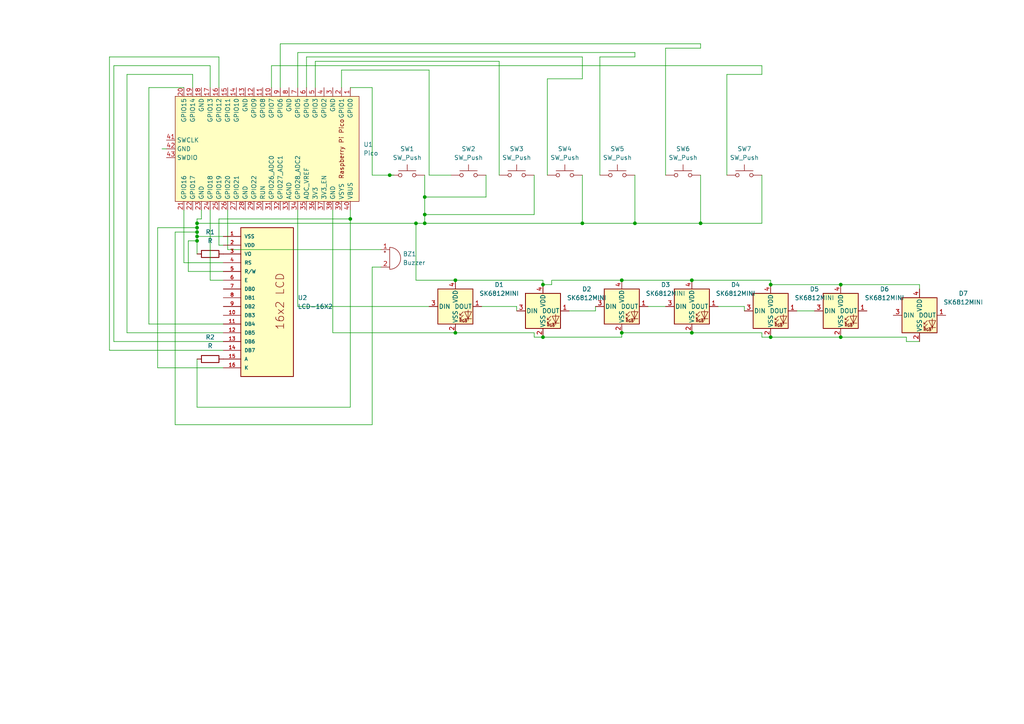
<source format=kicad_sch>
(kicad_sch
	(version 20231120)
	(generator "eeschema")
	(generator_version "8.0")
	(uuid "4cb4c96a-b1cf-4c39-82fb-ca1975077b7c")
	(paper "A4")
	(lib_symbols
		(symbol "Device:Buzzer"
			(pin_names
				(offset 0.0254) hide)
			(exclude_from_sim no)
			(in_bom yes)
			(on_board yes)
			(property "Reference" "BZ"
				(at 3.81 1.27 0)
				(effects
					(font
						(size 1.27 1.27)
					)
					(justify left)
				)
			)
			(property "Value" "Buzzer"
				(at 3.81 -1.27 0)
				(effects
					(font
						(size 1.27 1.27)
					)
					(justify left)
				)
			)
			(property "Footprint" ""
				(at -0.635 2.54 90)
				(effects
					(font
						(size 1.27 1.27)
					)
					(hide yes)
				)
			)
			(property "Datasheet" "~"
				(at -0.635 2.54 90)
				(effects
					(font
						(size 1.27 1.27)
					)
					(hide yes)
				)
			)
			(property "Description" "Buzzer, polarized"
				(at 0 0 0)
				(effects
					(font
						(size 1.27 1.27)
					)
					(hide yes)
				)
			)
			(property "ki_keywords" "quartz resonator ceramic"
				(at 0 0 0)
				(effects
					(font
						(size 1.27 1.27)
					)
					(hide yes)
				)
			)
			(property "ki_fp_filters" "*Buzzer*"
				(at 0 0 0)
				(effects
					(font
						(size 1.27 1.27)
					)
					(hide yes)
				)
			)
			(symbol "Buzzer_0_1"
				(arc
					(start 0 -3.175)
					(mid 3.1612 0)
					(end 0 3.175)
					(stroke
						(width 0)
						(type default)
					)
					(fill
						(type none)
					)
				)
				(polyline
					(pts
						(xy -1.651 1.905) (xy -1.143 1.905)
					)
					(stroke
						(width 0)
						(type default)
					)
					(fill
						(type none)
					)
				)
				(polyline
					(pts
						(xy -1.397 2.159) (xy -1.397 1.651)
					)
					(stroke
						(width 0)
						(type default)
					)
					(fill
						(type none)
					)
				)
				(polyline
					(pts
						(xy 0 3.175) (xy 0 -3.175)
					)
					(stroke
						(width 0)
						(type default)
					)
					(fill
						(type none)
					)
				)
			)
			(symbol "Buzzer_1_1"
				(pin passive line
					(at -2.54 2.54 0)
					(length 2.54)
					(name "+"
						(effects
							(font
								(size 1.27 1.27)
							)
						)
					)
					(number "1"
						(effects
							(font
								(size 1.27 1.27)
							)
						)
					)
				)
				(pin passive line
					(at -2.54 -2.54 0)
					(length 2.54)
					(name "-"
						(effects
							(font
								(size 1.27 1.27)
							)
						)
					)
					(number "2"
						(effects
							(font
								(size 1.27 1.27)
							)
						)
					)
				)
			)
		)
		(symbol "Device:R"
			(pin_numbers hide)
			(pin_names
				(offset 0)
			)
			(exclude_from_sim no)
			(in_bom yes)
			(on_board yes)
			(property "Reference" "R"
				(at 2.032 0 90)
				(effects
					(font
						(size 1.27 1.27)
					)
				)
			)
			(property "Value" "R"
				(at 0 0 90)
				(effects
					(font
						(size 1.27 1.27)
					)
				)
			)
			(property "Footprint" ""
				(at -1.778 0 90)
				(effects
					(font
						(size 1.27 1.27)
					)
					(hide yes)
				)
			)
			(property "Datasheet" "~"
				(at 0 0 0)
				(effects
					(font
						(size 1.27 1.27)
					)
					(hide yes)
				)
			)
			(property "Description" "Resistor"
				(at 0 0 0)
				(effects
					(font
						(size 1.27 1.27)
					)
					(hide yes)
				)
			)
			(property "ki_keywords" "R res resistor"
				(at 0 0 0)
				(effects
					(font
						(size 1.27 1.27)
					)
					(hide yes)
				)
			)
			(property "ki_fp_filters" "R_*"
				(at 0 0 0)
				(effects
					(font
						(size 1.27 1.27)
					)
					(hide yes)
				)
			)
			(symbol "R_0_1"
				(rectangle
					(start -1.016 -2.54)
					(end 1.016 2.54)
					(stroke
						(width 0.254)
						(type default)
					)
					(fill
						(type none)
					)
				)
			)
			(symbol "R_1_1"
				(pin passive line
					(at 0 3.81 270)
					(length 1.27)
					(name "~"
						(effects
							(font
								(size 1.27 1.27)
							)
						)
					)
					(number "1"
						(effects
							(font
								(size 1.27 1.27)
							)
						)
					)
				)
				(pin passive line
					(at 0 -3.81 90)
					(length 1.27)
					(name "~"
						(effects
							(font
								(size 1.27 1.27)
							)
						)
					)
					(number "2"
						(effects
							(font
								(size 1.27 1.27)
							)
						)
					)
				)
			)
		)
		(symbol "LCD-16X2:LCD-16X2"
			(pin_names
				(offset 1.016)
			)
			(exclude_from_sim no)
			(in_bom yes)
			(on_board yes)
			(property "Reference" "U"
				(at -7.62 23.368 0)
				(effects
					(font
						(size 1.27 1.27)
					)
					(justify left bottom)
				)
			)
			(property "Value" "LCD-16X2"
				(at -7.62 -22.86 0)
				(effects
					(font
						(size 1.27 1.27)
					)
					(justify left bottom)
				)
			)
			(property "Footprint" "LCD-16X2:MODULE_LCD-16X2"
				(at 0 0 0)
				(effects
					(font
						(size 1.27 1.27)
					)
					(justify bottom)
					(hide yes)
				)
			)
			(property "Datasheet" ""
				(at 0 0 0)
				(effects
					(font
						(size 1.27 1.27)
					)
					(hide yes)
				)
			)
			(property "Description" ""
				(at 0 0 0)
				(effects
					(font
						(size 1.27 1.27)
					)
					(hide yes)
				)
			)
			(property "MF" "Gravitech"
				(at 0 0 0)
				(effects
					(font
						(size 1.27 1.27)
					)
					(justify bottom)
					(hide yes)
				)
			)
			(property "MAXIMUM_PACKAGE_HEIGHT" "14 mm"
				(at 0 0 0)
				(effects
					(font
						(size 1.27 1.27)
					)
					(justify bottom)
					(hide yes)
				)
			)
			(property "Package" "None"
				(at 0 0 0)
				(effects
					(font
						(size 1.27 1.27)
					)
					(justify bottom)
					(hide yes)
				)
			)
			(property "Price" "None"
				(at 0 0 0)
				(effects
					(font
						(size 1.27 1.27)
					)
					(justify bottom)
					(hide yes)
				)
			)
			(property "Check_prices" "https://www.snapeda.com/parts/LCD-16X2/Gravitech/view-part/?ref=eda"
				(at 0 0 0)
				(effects
					(font
						(size 1.27 1.27)
					)
					(justify bottom)
					(hide yes)
				)
			)
			(property "STANDARD" "Manufacturer Recommendations"
				(at 0 0 0)
				(effects
					(font
						(size 1.27 1.27)
					)
					(justify bottom)
					(hide yes)
				)
			)
			(property "PARTREV" "N/A"
				(at 0 0 0)
				(effects
					(font
						(size 1.27 1.27)
					)
					(justify bottom)
					(hide yes)
				)
			)
			(property "SnapEDA_Link" "https://www.snapeda.com/parts/LCD-16X2/Gravitech/view-part/?ref=snap"
				(at 0 0 0)
				(effects
					(font
						(size 1.27 1.27)
					)
					(justify bottom)
					(hide yes)
				)
			)
			(property "MP" "LCD-16X2"
				(at 0 0 0)
				(effects
					(font
						(size 1.27 1.27)
					)
					(justify bottom)
					(hide yes)
				)
			)
			(property "Description_1" "\n                        \n                            Display Development Tools 16x2 Black on Green Char LCD w Backlight\n                        \n"
				(at 0 0 0)
				(effects
					(font
						(size 1.27 1.27)
					)
					(justify bottom)
					(hide yes)
				)
			)
			(property "Availability" "Not in stock"
				(at 0 0 0)
				(effects
					(font
						(size 1.27 1.27)
					)
					(justify bottom)
					(hide yes)
				)
			)
			(property "MANUFACTURER" "Gravitech"
				(at 0 0 0)
				(effects
					(font
						(size 1.27 1.27)
					)
					(justify bottom)
					(hide yes)
				)
			)
			(symbol "LCD-16X2_0_0"
				(rectangle
					(start -7.62 -20.32)
					(end 7.62 22.86)
					(stroke
						(width 0.254)
						(type default)
					)
					(fill
						(type background)
					)
				)
				(text "16x2 LCD"
					(at 5.08 -6.858 900)
					(effects
						(font
							(size 2.286 2.286)
						)
						(justify left bottom)
					)
				)
				(pin power_in line
					(at -12.7 20.32 0)
					(length 5.08)
					(name "VSS"
						(effects
							(font
								(size 1.016 1.016)
							)
						)
					)
					(number "1"
						(effects
							(font
								(size 1.016 1.016)
							)
						)
					)
				)
				(pin bidirectional line
					(at -12.7 -2.54 0)
					(length 5.08)
					(name "DB3"
						(effects
							(font
								(size 1.016 1.016)
							)
						)
					)
					(number "10"
						(effects
							(font
								(size 1.016 1.016)
							)
						)
					)
				)
				(pin bidirectional line
					(at -12.7 -5.08 0)
					(length 5.08)
					(name "DB4"
						(effects
							(font
								(size 1.016 1.016)
							)
						)
					)
					(number "11"
						(effects
							(font
								(size 1.016 1.016)
							)
						)
					)
				)
				(pin bidirectional line
					(at -12.7 -7.62 0)
					(length 5.08)
					(name "DB5"
						(effects
							(font
								(size 1.016 1.016)
							)
						)
					)
					(number "12"
						(effects
							(font
								(size 1.016 1.016)
							)
						)
					)
				)
				(pin bidirectional line
					(at -12.7 -10.16 0)
					(length 5.08)
					(name "DB6"
						(effects
							(font
								(size 1.016 1.016)
							)
						)
					)
					(number "13"
						(effects
							(font
								(size 1.016 1.016)
							)
						)
					)
				)
				(pin bidirectional line
					(at -12.7 -12.7 0)
					(length 5.08)
					(name "DB7"
						(effects
							(font
								(size 1.016 1.016)
							)
						)
					)
					(number "14"
						(effects
							(font
								(size 1.016 1.016)
							)
						)
					)
				)
				(pin power_in line
					(at -12.7 -15.24 0)
					(length 5.08)
					(name "A"
						(effects
							(font
								(size 1.016 1.016)
							)
						)
					)
					(number "15"
						(effects
							(font
								(size 1.016 1.016)
							)
						)
					)
				)
				(pin power_in line
					(at -12.7 -17.78 0)
					(length 5.08)
					(name "K"
						(effects
							(font
								(size 1.016 1.016)
							)
						)
					)
					(number "16"
						(effects
							(font
								(size 1.016 1.016)
							)
						)
					)
				)
				(pin power_in line
					(at -12.7 17.78 0)
					(length 5.08)
					(name "VDD"
						(effects
							(font
								(size 1.016 1.016)
							)
						)
					)
					(number "2"
						(effects
							(font
								(size 1.016 1.016)
							)
						)
					)
				)
				(pin bidirectional line
					(at -12.7 15.24 0)
					(length 5.08)
					(name "VO"
						(effects
							(font
								(size 1.016 1.016)
							)
						)
					)
					(number "3"
						(effects
							(font
								(size 1.016 1.016)
							)
						)
					)
				)
				(pin input line
					(at -12.7 12.7 0)
					(length 5.08)
					(name "RS"
						(effects
							(font
								(size 1.016 1.016)
							)
						)
					)
					(number "4"
						(effects
							(font
								(size 1.016 1.016)
							)
						)
					)
				)
				(pin input line
					(at -12.7 10.16 0)
					(length 5.08)
					(name "R/W"
						(effects
							(font
								(size 1.016 1.016)
							)
						)
					)
					(number "5"
						(effects
							(font
								(size 1.016 1.016)
							)
						)
					)
				)
				(pin input line
					(at -12.7 7.62 0)
					(length 5.08)
					(name "E"
						(effects
							(font
								(size 1.016 1.016)
							)
						)
					)
					(number "6"
						(effects
							(font
								(size 1.016 1.016)
							)
						)
					)
				)
				(pin bidirectional line
					(at -12.7 5.08 0)
					(length 5.08)
					(name "DB0"
						(effects
							(font
								(size 1.016 1.016)
							)
						)
					)
					(number "7"
						(effects
							(font
								(size 1.016 1.016)
							)
						)
					)
				)
				(pin bidirectional line
					(at -12.7 2.54 0)
					(length 5.08)
					(name "DB1"
						(effects
							(font
								(size 1.016 1.016)
							)
						)
					)
					(number "8"
						(effects
							(font
								(size 1.016 1.016)
							)
						)
					)
				)
				(pin bidirectional line
					(at -12.7 0 0)
					(length 5.08)
					(name "DB2"
						(effects
							(font
								(size 1.016 1.016)
							)
						)
					)
					(number "9"
						(effects
							(font
								(size 1.016 1.016)
							)
						)
					)
				)
			)
		)
		(symbol "LED:SK6812MINI"
			(pin_names
				(offset 0.254)
			)
			(exclude_from_sim no)
			(in_bom yes)
			(on_board yes)
			(property "Reference" "D"
				(at 5.08 5.715 0)
				(effects
					(font
						(size 1.27 1.27)
					)
					(justify right bottom)
				)
			)
			(property "Value" "SK6812MINI"
				(at 1.27 -5.715 0)
				(effects
					(font
						(size 1.27 1.27)
					)
					(justify left top)
				)
			)
			(property "Footprint" "LED_SMD:LED_SK6812MINI_PLCC4_3.5x3.5mm_P1.75mm"
				(at 1.27 -7.62 0)
				(effects
					(font
						(size 1.27 1.27)
					)
					(justify left top)
					(hide yes)
				)
			)
			(property "Datasheet" "https://cdn-shop.adafruit.com/product-files/2686/SK6812MINI_REV.01-1-2.pdf"
				(at 2.54 -9.525 0)
				(effects
					(font
						(size 1.27 1.27)
					)
					(justify left top)
					(hide yes)
				)
			)
			(property "Description" "RGB LED with integrated controller"
				(at 0 0 0)
				(effects
					(font
						(size 1.27 1.27)
					)
					(hide yes)
				)
			)
			(property "ki_keywords" "RGB LED NeoPixel Mini addressable"
				(at 0 0 0)
				(effects
					(font
						(size 1.27 1.27)
					)
					(hide yes)
				)
			)
			(property "ki_fp_filters" "LED*SK6812MINI*PLCC*3.5x3.5mm*P1.75mm*"
				(at 0 0 0)
				(effects
					(font
						(size 1.27 1.27)
					)
					(hide yes)
				)
			)
			(symbol "SK6812MINI_0_0"
				(text "RGB"
					(at 2.286 -4.191 0)
					(effects
						(font
							(size 0.762 0.762)
						)
					)
				)
			)
			(symbol "SK6812MINI_0_1"
				(polyline
					(pts
						(xy 1.27 -3.556) (xy 1.778 -3.556)
					)
					(stroke
						(width 0)
						(type default)
					)
					(fill
						(type none)
					)
				)
				(polyline
					(pts
						(xy 1.27 -2.54) (xy 1.778 -2.54)
					)
					(stroke
						(width 0)
						(type default)
					)
					(fill
						(type none)
					)
				)
				(polyline
					(pts
						(xy 4.699 -3.556) (xy 2.667 -3.556)
					)
					(stroke
						(width 0)
						(type default)
					)
					(fill
						(type none)
					)
				)
				(polyline
					(pts
						(xy 2.286 -2.54) (xy 1.27 -3.556) (xy 1.27 -3.048)
					)
					(stroke
						(width 0)
						(type default)
					)
					(fill
						(type none)
					)
				)
				(polyline
					(pts
						(xy 2.286 -1.524) (xy 1.27 -2.54) (xy 1.27 -2.032)
					)
					(stroke
						(width 0)
						(type default)
					)
					(fill
						(type none)
					)
				)
				(polyline
					(pts
						(xy 3.683 -1.016) (xy 3.683 -3.556) (xy 3.683 -4.064)
					)
					(stroke
						(width 0)
						(type default)
					)
					(fill
						(type none)
					)
				)
				(polyline
					(pts
						(xy 4.699 -1.524) (xy 2.667 -1.524) (xy 3.683 -3.556) (xy 4.699 -1.524)
					)
					(stroke
						(width 0)
						(type default)
					)
					(fill
						(type none)
					)
				)
				(rectangle
					(start 5.08 5.08)
					(end -5.08 -5.08)
					(stroke
						(width 0.254)
						(type default)
					)
					(fill
						(type background)
					)
				)
			)
			(symbol "SK6812MINI_1_1"
				(pin output line
					(at 7.62 0 180)
					(length 2.54)
					(name "DOUT"
						(effects
							(font
								(size 1.27 1.27)
							)
						)
					)
					(number "1"
						(effects
							(font
								(size 1.27 1.27)
							)
						)
					)
				)
				(pin power_in line
					(at 0 -7.62 90)
					(length 2.54)
					(name "VSS"
						(effects
							(font
								(size 1.27 1.27)
							)
						)
					)
					(number "2"
						(effects
							(font
								(size 1.27 1.27)
							)
						)
					)
				)
				(pin input line
					(at -7.62 0 0)
					(length 2.54)
					(name "DIN"
						(effects
							(font
								(size 1.27 1.27)
							)
						)
					)
					(number "3"
						(effects
							(font
								(size 1.27 1.27)
							)
						)
					)
				)
				(pin power_in line
					(at 0 7.62 270)
					(length 2.54)
					(name "VDD"
						(effects
							(font
								(size 1.27 1.27)
							)
						)
					)
					(number "4"
						(effects
							(font
								(size 1.27 1.27)
							)
						)
					)
				)
			)
		)
		(symbol "MCU_RaspberryPi_and_Boards:Pico"
			(exclude_from_sim no)
			(in_bom yes)
			(on_board yes)
			(property "Reference" "U"
				(at -13.97 27.94 0)
				(effects
					(font
						(size 1.27 1.27)
					)
				)
			)
			(property "Value" "Pico"
				(at 0 19.05 0)
				(effects
					(font
						(size 1.27 1.27)
					)
				)
			)
			(property "Footprint" "RPi_Pico:RPi_Pico_SMD_TH"
				(at 0 0 90)
				(effects
					(font
						(size 1.27 1.27)
					)
					(hide yes)
				)
			)
			(property "Datasheet" ""
				(at 0 0 0)
				(effects
					(font
						(size 1.27 1.27)
					)
					(hide yes)
				)
			)
			(property "Description" ""
				(at 0 0 0)
				(effects
					(font
						(size 1.27 1.27)
					)
					(hide yes)
				)
			)
			(symbol "Pico_0_0"
				(text "Raspberry Pi Pico"
					(at 0 21.59 0)
					(effects
						(font
							(size 1.27 1.27)
						)
					)
				)
			)
			(symbol "Pico_0_1"
				(rectangle
					(start -15.24 26.67)
					(end 15.24 -26.67)
					(stroke
						(width 0)
						(type default)
					)
					(fill
						(type background)
					)
				)
			)
			(symbol "Pico_1_1"
				(pin bidirectional line
					(at -17.78 24.13 0)
					(length 2.54)
					(name "GPIO0"
						(effects
							(font
								(size 1.27 1.27)
							)
						)
					)
					(number "1"
						(effects
							(font
								(size 1.27 1.27)
							)
						)
					)
				)
				(pin bidirectional line
					(at -17.78 1.27 0)
					(length 2.54)
					(name "GPIO7"
						(effects
							(font
								(size 1.27 1.27)
							)
						)
					)
					(number "10"
						(effects
							(font
								(size 1.27 1.27)
							)
						)
					)
				)
				(pin bidirectional line
					(at -17.78 -1.27 0)
					(length 2.54)
					(name "GPIO8"
						(effects
							(font
								(size 1.27 1.27)
							)
						)
					)
					(number "11"
						(effects
							(font
								(size 1.27 1.27)
							)
						)
					)
				)
				(pin bidirectional line
					(at -17.78 -3.81 0)
					(length 2.54)
					(name "GPIO9"
						(effects
							(font
								(size 1.27 1.27)
							)
						)
					)
					(number "12"
						(effects
							(font
								(size 1.27 1.27)
							)
						)
					)
				)
				(pin power_in line
					(at -17.78 -6.35 0)
					(length 2.54)
					(name "GND"
						(effects
							(font
								(size 1.27 1.27)
							)
						)
					)
					(number "13"
						(effects
							(font
								(size 1.27 1.27)
							)
						)
					)
				)
				(pin bidirectional line
					(at -17.78 -8.89 0)
					(length 2.54)
					(name "GPIO10"
						(effects
							(font
								(size 1.27 1.27)
							)
						)
					)
					(number "14"
						(effects
							(font
								(size 1.27 1.27)
							)
						)
					)
				)
				(pin bidirectional line
					(at -17.78 -11.43 0)
					(length 2.54)
					(name "GPIO11"
						(effects
							(font
								(size 1.27 1.27)
							)
						)
					)
					(number "15"
						(effects
							(font
								(size 1.27 1.27)
							)
						)
					)
				)
				(pin bidirectional line
					(at -17.78 -13.97 0)
					(length 2.54)
					(name "GPIO12"
						(effects
							(font
								(size 1.27 1.27)
							)
						)
					)
					(number "16"
						(effects
							(font
								(size 1.27 1.27)
							)
						)
					)
				)
				(pin bidirectional line
					(at -17.78 -16.51 0)
					(length 2.54)
					(name "GPIO13"
						(effects
							(font
								(size 1.27 1.27)
							)
						)
					)
					(number "17"
						(effects
							(font
								(size 1.27 1.27)
							)
						)
					)
				)
				(pin power_in line
					(at -17.78 -19.05 0)
					(length 2.54)
					(name "GND"
						(effects
							(font
								(size 1.27 1.27)
							)
						)
					)
					(number "18"
						(effects
							(font
								(size 1.27 1.27)
							)
						)
					)
				)
				(pin bidirectional line
					(at -17.78 -21.59 0)
					(length 2.54)
					(name "GPIO14"
						(effects
							(font
								(size 1.27 1.27)
							)
						)
					)
					(number "19"
						(effects
							(font
								(size 1.27 1.27)
							)
						)
					)
				)
				(pin bidirectional line
					(at -17.78 21.59 0)
					(length 2.54)
					(name "GPIO1"
						(effects
							(font
								(size 1.27 1.27)
							)
						)
					)
					(number "2"
						(effects
							(font
								(size 1.27 1.27)
							)
						)
					)
				)
				(pin bidirectional line
					(at -17.78 -24.13 0)
					(length 2.54)
					(name "GPIO15"
						(effects
							(font
								(size 1.27 1.27)
							)
						)
					)
					(number "20"
						(effects
							(font
								(size 1.27 1.27)
							)
						)
					)
				)
				(pin bidirectional line
					(at 17.78 -24.13 180)
					(length 2.54)
					(name "GPIO16"
						(effects
							(font
								(size 1.27 1.27)
							)
						)
					)
					(number "21"
						(effects
							(font
								(size 1.27 1.27)
							)
						)
					)
				)
				(pin bidirectional line
					(at 17.78 -21.59 180)
					(length 2.54)
					(name "GPIO17"
						(effects
							(font
								(size 1.27 1.27)
							)
						)
					)
					(number "22"
						(effects
							(font
								(size 1.27 1.27)
							)
						)
					)
				)
				(pin power_in line
					(at 17.78 -19.05 180)
					(length 2.54)
					(name "GND"
						(effects
							(font
								(size 1.27 1.27)
							)
						)
					)
					(number "23"
						(effects
							(font
								(size 1.27 1.27)
							)
						)
					)
				)
				(pin bidirectional line
					(at 17.78 -16.51 180)
					(length 2.54)
					(name "GPIO18"
						(effects
							(font
								(size 1.27 1.27)
							)
						)
					)
					(number "24"
						(effects
							(font
								(size 1.27 1.27)
							)
						)
					)
				)
				(pin bidirectional line
					(at 17.78 -13.97 180)
					(length 2.54)
					(name "GPIO19"
						(effects
							(font
								(size 1.27 1.27)
							)
						)
					)
					(number "25"
						(effects
							(font
								(size 1.27 1.27)
							)
						)
					)
				)
				(pin bidirectional line
					(at 17.78 -11.43 180)
					(length 2.54)
					(name "GPIO20"
						(effects
							(font
								(size 1.27 1.27)
							)
						)
					)
					(number "26"
						(effects
							(font
								(size 1.27 1.27)
							)
						)
					)
				)
				(pin bidirectional line
					(at 17.78 -8.89 180)
					(length 2.54)
					(name "GPIO21"
						(effects
							(font
								(size 1.27 1.27)
							)
						)
					)
					(number "27"
						(effects
							(font
								(size 1.27 1.27)
							)
						)
					)
				)
				(pin power_in line
					(at 17.78 -6.35 180)
					(length 2.54)
					(name "GND"
						(effects
							(font
								(size 1.27 1.27)
							)
						)
					)
					(number "28"
						(effects
							(font
								(size 1.27 1.27)
							)
						)
					)
				)
				(pin bidirectional line
					(at 17.78 -3.81 180)
					(length 2.54)
					(name "GPIO22"
						(effects
							(font
								(size 1.27 1.27)
							)
						)
					)
					(number "29"
						(effects
							(font
								(size 1.27 1.27)
							)
						)
					)
				)
				(pin power_in line
					(at -17.78 19.05 0)
					(length 2.54)
					(name "GND"
						(effects
							(font
								(size 1.27 1.27)
							)
						)
					)
					(number "3"
						(effects
							(font
								(size 1.27 1.27)
							)
						)
					)
				)
				(pin input line
					(at 17.78 -1.27 180)
					(length 2.54)
					(name "RUN"
						(effects
							(font
								(size 1.27 1.27)
							)
						)
					)
					(number "30"
						(effects
							(font
								(size 1.27 1.27)
							)
						)
					)
				)
				(pin bidirectional line
					(at 17.78 1.27 180)
					(length 2.54)
					(name "GPIO26_ADC0"
						(effects
							(font
								(size 1.27 1.27)
							)
						)
					)
					(number "31"
						(effects
							(font
								(size 1.27 1.27)
							)
						)
					)
				)
				(pin bidirectional line
					(at 17.78 3.81 180)
					(length 2.54)
					(name "GPIO27_ADC1"
						(effects
							(font
								(size 1.27 1.27)
							)
						)
					)
					(number "32"
						(effects
							(font
								(size 1.27 1.27)
							)
						)
					)
				)
				(pin power_in line
					(at 17.78 6.35 180)
					(length 2.54)
					(name "AGND"
						(effects
							(font
								(size 1.27 1.27)
							)
						)
					)
					(number "33"
						(effects
							(font
								(size 1.27 1.27)
							)
						)
					)
				)
				(pin bidirectional line
					(at 17.78 8.89 180)
					(length 2.54)
					(name "GPIO28_ADC2"
						(effects
							(font
								(size 1.27 1.27)
							)
						)
					)
					(number "34"
						(effects
							(font
								(size 1.27 1.27)
							)
						)
					)
				)
				(pin power_in line
					(at 17.78 11.43 180)
					(length 2.54)
					(name "ADC_VREF"
						(effects
							(font
								(size 1.27 1.27)
							)
						)
					)
					(number "35"
						(effects
							(font
								(size 1.27 1.27)
							)
						)
					)
				)
				(pin power_in line
					(at 17.78 13.97 180)
					(length 2.54)
					(name "3V3"
						(effects
							(font
								(size 1.27 1.27)
							)
						)
					)
					(number "36"
						(effects
							(font
								(size 1.27 1.27)
							)
						)
					)
				)
				(pin input line
					(at 17.78 16.51 180)
					(length 2.54)
					(name "3V3_EN"
						(effects
							(font
								(size 1.27 1.27)
							)
						)
					)
					(number "37"
						(effects
							(font
								(size 1.27 1.27)
							)
						)
					)
				)
				(pin bidirectional line
					(at 17.78 19.05 180)
					(length 2.54)
					(name "GND"
						(effects
							(font
								(size 1.27 1.27)
							)
						)
					)
					(number "38"
						(effects
							(font
								(size 1.27 1.27)
							)
						)
					)
				)
				(pin power_in line
					(at 17.78 21.59 180)
					(length 2.54)
					(name "VSYS"
						(effects
							(font
								(size 1.27 1.27)
							)
						)
					)
					(number "39"
						(effects
							(font
								(size 1.27 1.27)
							)
						)
					)
				)
				(pin bidirectional line
					(at -17.78 16.51 0)
					(length 2.54)
					(name "GPIO2"
						(effects
							(font
								(size 1.27 1.27)
							)
						)
					)
					(number "4"
						(effects
							(font
								(size 1.27 1.27)
							)
						)
					)
				)
				(pin power_in line
					(at 17.78 24.13 180)
					(length 2.54)
					(name "VBUS"
						(effects
							(font
								(size 1.27 1.27)
							)
						)
					)
					(number "40"
						(effects
							(font
								(size 1.27 1.27)
							)
						)
					)
				)
				(pin input line
					(at -2.54 -29.21 90)
					(length 2.54)
					(name "SWCLK"
						(effects
							(font
								(size 1.27 1.27)
							)
						)
					)
					(number "41"
						(effects
							(font
								(size 1.27 1.27)
							)
						)
					)
				)
				(pin power_in line
					(at 0 -29.21 90)
					(length 2.54)
					(name "GND"
						(effects
							(font
								(size 1.27 1.27)
							)
						)
					)
					(number "42"
						(effects
							(font
								(size 1.27 1.27)
							)
						)
					)
				)
				(pin bidirectional line
					(at 2.54 -29.21 90)
					(length 2.54)
					(name "SWDIO"
						(effects
							(font
								(size 1.27 1.27)
							)
						)
					)
					(number "43"
						(effects
							(font
								(size 1.27 1.27)
							)
						)
					)
				)
				(pin bidirectional line
					(at -17.78 13.97 0)
					(length 2.54)
					(name "GPIO3"
						(effects
							(font
								(size 1.27 1.27)
							)
						)
					)
					(number "5"
						(effects
							(font
								(size 1.27 1.27)
							)
						)
					)
				)
				(pin bidirectional line
					(at -17.78 11.43 0)
					(length 2.54)
					(name "GPIO4"
						(effects
							(font
								(size 1.27 1.27)
							)
						)
					)
					(number "6"
						(effects
							(font
								(size 1.27 1.27)
							)
						)
					)
				)
				(pin bidirectional line
					(at -17.78 8.89 0)
					(length 2.54)
					(name "GPIO5"
						(effects
							(font
								(size 1.27 1.27)
							)
						)
					)
					(number "7"
						(effects
							(font
								(size 1.27 1.27)
							)
						)
					)
				)
				(pin power_in line
					(at -17.78 6.35 0)
					(length 2.54)
					(name "GND"
						(effects
							(font
								(size 1.27 1.27)
							)
						)
					)
					(number "8"
						(effects
							(font
								(size 1.27 1.27)
							)
						)
					)
				)
				(pin bidirectional line
					(at -17.78 3.81 0)
					(length 2.54)
					(name "GPIO6"
						(effects
							(font
								(size 1.27 1.27)
							)
						)
					)
					(number "9"
						(effects
							(font
								(size 1.27 1.27)
							)
						)
					)
				)
			)
		)
		(symbol "Switch:SW_Push"
			(pin_numbers hide)
			(pin_names
				(offset 1.016) hide)
			(exclude_from_sim no)
			(in_bom yes)
			(on_board yes)
			(property "Reference" "SW"
				(at 1.27 2.54 0)
				(effects
					(font
						(size 1.27 1.27)
					)
					(justify left)
				)
			)
			(property "Value" "SW_Push"
				(at 0 -1.524 0)
				(effects
					(font
						(size 1.27 1.27)
					)
				)
			)
			(property "Footprint" ""
				(at 0 5.08 0)
				(effects
					(font
						(size 1.27 1.27)
					)
					(hide yes)
				)
			)
			(property "Datasheet" "~"
				(at 0 5.08 0)
				(effects
					(font
						(size 1.27 1.27)
					)
					(hide yes)
				)
			)
			(property "Description" "Push button switch, generic, two pins"
				(at 0 0 0)
				(effects
					(font
						(size 1.27 1.27)
					)
					(hide yes)
				)
			)
			(property "ki_keywords" "switch normally-open pushbutton push-button"
				(at 0 0 0)
				(effects
					(font
						(size 1.27 1.27)
					)
					(hide yes)
				)
			)
			(symbol "SW_Push_0_1"
				(circle
					(center -2.032 0)
					(radius 0.508)
					(stroke
						(width 0)
						(type default)
					)
					(fill
						(type none)
					)
				)
				(polyline
					(pts
						(xy 0 1.27) (xy 0 3.048)
					)
					(stroke
						(width 0)
						(type default)
					)
					(fill
						(type none)
					)
				)
				(polyline
					(pts
						(xy 2.54 1.27) (xy -2.54 1.27)
					)
					(stroke
						(width 0)
						(type default)
					)
					(fill
						(type none)
					)
				)
				(circle
					(center 2.032 0)
					(radius 0.508)
					(stroke
						(width 0)
						(type default)
					)
					(fill
						(type none)
					)
				)
				(pin passive line
					(at -5.08 0 0)
					(length 2.54)
					(name "1"
						(effects
							(font
								(size 1.27 1.27)
							)
						)
					)
					(number "1"
						(effects
							(font
								(size 1.27 1.27)
							)
						)
					)
				)
				(pin passive line
					(at 5.08 0 180)
					(length 2.54)
					(name "2"
						(effects
							(font
								(size 1.27 1.27)
							)
						)
					)
					(number "2"
						(effects
							(font
								(size 1.27 1.27)
							)
						)
					)
				)
			)
		)
	)
	(junction
		(at 57.15 66.04)
		(diameter 0)
		(color 0 0 0 0)
		(uuid "044ff516-165e-4833-848c-3d84c7e34379")
	)
	(junction
		(at 57.15 67.31)
		(diameter 0)
		(color 0 0 0 0)
		(uuid "0d62cf0c-5854-47a2-bdb8-1ab638ee74f6")
	)
	(junction
		(at 223.52 97.79)
		(diameter 0)
		(color 0 0 0 0)
		(uuid "11153936-9af6-43fb-898a-47e3ba19ccdb")
	)
	(junction
		(at 101.6 63.5)
		(diameter 0)
		(color 0 0 0 0)
		(uuid "264419f2-cd6b-4b12-af29-a516d5a2b0de")
	)
	(junction
		(at 123.19 64.77)
		(diameter 0)
		(color 0 0 0 0)
		(uuid "35f3c1a4-a134-4531-bff0-ae7cc7953e8a")
	)
	(junction
		(at 132.08 96.52)
		(diameter 0)
		(color 0 0 0 0)
		(uuid "3f240f17-c0e9-403e-91d7-413c9b6833b3")
	)
	(junction
		(at 57.15 68.58)
		(diameter 0)
		(color 0 0 0 0)
		(uuid "3fea60d7-225d-46d8-9c80-575c18a0b72a")
	)
	(junction
		(at 168.91 64.77)
		(diameter 0)
		(color 0 0 0 0)
		(uuid "49829f59-4d63-4601-ae04-3af7cf34a929")
	)
	(junction
		(at 203.2 64.77)
		(diameter 0)
		(color 0 0 0 0)
		(uuid "4b2d4caa-6a0e-4488-a95d-cf811d28cf6b")
	)
	(junction
		(at 57.15 64.77)
		(diameter 0)
		(color 0 0 0 0)
		(uuid "5370e3db-7e10-4954-8a64-45612afb3383")
	)
	(junction
		(at 243.84 97.79)
		(diameter 0)
		(color 0 0 0 0)
		(uuid "5f58b760-10ea-4e2e-9f3f-16c71a120b83")
	)
	(junction
		(at 123.19 57.15)
		(diameter 0)
		(color 0 0 0 0)
		(uuid "6ba4365b-bfe6-44bb-9b12-382fe256cd4c")
	)
	(junction
		(at 132.08 81.28)
		(diameter 0)
		(color 0 0 0 0)
		(uuid "6e5d657f-fabf-4000-ab79-2c7bd492bf90")
	)
	(junction
		(at 200.66 81.28)
		(diameter 0)
		(color 0 0 0 0)
		(uuid "83b10955-61d1-4cf3-8ab1-6243a8655dab")
	)
	(junction
		(at 180.34 81.28)
		(diameter 0)
		(color 0 0 0 0)
		(uuid "866a14e2-00f2-4cc2-b952-10cd1e80ed46")
	)
	(junction
		(at 180.34 96.52)
		(diameter 0)
		(color 0 0 0 0)
		(uuid "887ed139-02da-4232-87f8-dbd9e1d8a1f5")
	)
	(junction
		(at 223.52 82.55)
		(diameter 0)
		(color 0 0 0 0)
		(uuid "8d65d08a-978e-48ba-886f-e79ce111af32")
	)
	(junction
		(at 184.15 64.77)
		(diameter 0)
		(color 0 0 0 0)
		(uuid "b9697186-4397-4c01-9086-b2d8f6901954")
	)
	(junction
		(at 157.48 97.79)
		(diameter 0)
		(color 0 0 0 0)
		(uuid "b96ab982-7af2-4a78-b003-b31a2af320dc")
	)
	(junction
		(at 120.65 64.77)
		(diameter 0)
		(color 0 0 0 0)
		(uuid "bc6feffb-3ec1-4003-b1d3-eb1a77d81f54")
	)
	(junction
		(at 243.84 82.55)
		(diameter 0)
		(color 0 0 0 0)
		(uuid "bccf21d4-d7e9-44d0-b5ed-0a8d08ba1e74")
	)
	(junction
		(at 123.19 62.23)
		(diameter 0)
		(color 0 0 0 0)
		(uuid "c5981ea0-02e3-4092-bd48-d23fc86d79b4")
	)
	(junction
		(at 157.48 82.55)
		(diameter 0)
		(color 0 0 0 0)
		(uuid "cf9f96ff-2038-46d9-b802-30f39641ada8")
	)
	(junction
		(at 113.03 50.8)
		(diameter 0)
		(color 0 0 0 0)
		(uuid "d9ba110f-59e6-48c9-8ea3-8e209d2a7c3c")
	)
	(junction
		(at 200.66 96.52)
		(diameter 0)
		(color 0 0 0 0)
		(uuid "e0940057-2892-460f-8698-70d81f91c68e")
	)
	(junction
		(at 57.15 69.85)
		(diameter 0)
		(color 0 0 0 0)
		(uuid "eea49839-6e3b-4a6a-995f-8c09c9a4d5f1")
	)
	(wire
		(pts
			(xy 220.98 97.79) (xy 223.52 97.79)
		)
		(stroke
			(width 0)
			(type default)
		)
		(uuid "00d653ad-1ae1-43f3-961a-c67c59c4a3cf")
	)
	(wire
		(pts
			(xy 110.49 77.47) (xy 107.95 77.47)
		)
		(stroke
			(width 0)
			(type default)
		)
		(uuid "025e2732-8622-47f1-a9ea-d6fd1e7e850f")
	)
	(wire
		(pts
			(xy 64.77 78.74) (xy 54.61 78.74)
		)
		(stroke
			(width 0)
			(type default)
		)
		(uuid "062d8dce-88ee-4a9a-a85d-e653a2791121")
	)
	(wire
		(pts
			(xy 57.15 63.5) (xy 58.42 63.5)
		)
		(stroke
			(width 0)
			(type default)
		)
		(uuid "0893edc6-60b1-4db8-bd92-e4293c1f4dc1")
	)
	(wire
		(pts
			(xy 184.15 64.77) (xy 203.2 64.77)
		)
		(stroke
			(width 0)
			(type default)
		)
		(uuid "08cf222b-386f-4e88-b96c-9bea73a0ab4c")
	)
	(wire
		(pts
			(xy 31.75 101.6) (xy 31.75 16.51)
		)
		(stroke
			(width 0)
			(type default)
		)
		(uuid "09e329c8-2d2f-458e-a500-5d23162e6500")
	)
	(wire
		(pts
			(xy 57.15 66.04) (xy 57.15 64.77)
		)
		(stroke
			(width 0)
			(type default)
		)
		(uuid "0a3a4b19-ccc0-4ade-b1c2-c11cc3906fd0")
	)
	(wire
		(pts
			(xy 54.61 78.74) (xy 54.61 69.85)
		)
		(stroke
			(width 0)
			(type default)
		)
		(uuid "0ba31797-9af1-49da-9fff-ceb89da06afd")
	)
	(wire
		(pts
			(xy 123.19 64.77) (xy 168.91 64.77)
		)
		(stroke
			(width 0)
			(type default)
		)
		(uuid "0c595e57-06f1-4794-a2f6-bc7d03b2b8cd")
	)
	(wire
		(pts
			(xy 123.19 62.23) (xy 154.94 62.23)
		)
		(stroke
			(width 0)
			(type default)
		)
		(uuid "0cf2a5ec-1630-427b-bc6e-94a9afa66520")
	)
	(wire
		(pts
			(xy 203.2 12.7) (xy 81.28 12.7)
		)
		(stroke
			(width 0)
			(type default)
		)
		(uuid "10f53e30-824e-4eb3-b5dc-39b17b5350f4")
	)
	(wire
		(pts
			(xy 220.98 19.05) (xy 220.98 21.59)
		)
		(stroke
			(width 0)
			(type default)
		)
		(uuid "112d725d-5290-436a-a6f4-5b6940ccaf5e")
	)
	(wire
		(pts
			(xy 57.15 68.58) (xy 57.15 67.31)
		)
		(stroke
			(width 0)
			(type default)
		)
		(uuid "11f7949d-9cf3-4f7d-8b26-8d4cd908c1b8")
	)
	(wire
		(pts
			(xy 200.66 96.52) (xy 220.98 96.52)
		)
		(stroke
			(width 0)
			(type default)
		)
		(uuid "1208b9df-f4db-4eb5-8b63-48f433ad9df7")
	)
	(wire
		(pts
			(xy 172.72 90.17) (xy 172.72 88.9)
		)
		(stroke
			(width 0)
			(type default)
		)
		(uuid "129f0ac2-e768-46ee-b0b0-090a39c486bc")
	)
	(wire
		(pts
			(xy 107.95 50.8) (xy 107.95 25.4)
		)
		(stroke
			(width 0)
			(type default)
		)
		(uuid "146ac1c2-051a-4329-bfff-93f69a1608ee")
	)
	(wire
		(pts
			(xy 180.34 96.52) (xy 200.66 96.52)
		)
		(stroke
			(width 0)
			(type default)
		)
		(uuid "178420d0-5b05-4cdd-bcfc-675cd23b5eb3")
	)
	(wire
		(pts
			(xy 231.14 90.17) (xy 236.22 90.17)
		)
		(stroke
			(width 0)
			(type default)
		)
		(uuid "1bf3ee54-7462-4465-973a-0de7f0f66c67")
	)
	(wire
		(pts
			(xy 78.74 19.05) (xy 78.74 25.4)
		)
		(stroke
			(width 0)
			(type default)
		)
		(uuid "210994d1-595b-44fa-ba41-0986b9563c7a")
	)
	(wire
		(pts
			(xy 180.34 97.79) (xy 180.34 96.52)
		)
		(stroke
			(width 0)
			(type default)
		)
		(uuid "23617963-cad9-4d14-86cd-c181b3aad635")
	)
	(wire
		(pts
			(xy 193.04 13.97) (xy 203.2 13.97)
		)
		(stroke
			(width 0)
			(type default)
		)
		(uuid "255d39d7-ce95-4eb3-b90f-89d5a6fc130e")
	)
	(wire
		(pts
			(xy 63.5 63.5) (xy 101.6 63.5)
		)
		(stroke
			(width 0)
			(type default)
		)
		(uuid "26121cba-9cd8-463a-9086-c47072f8cbe6")
	)
	(wire
		(pts
			(xy 203.2 50.8) (xy 203.2 64.77)
		)
		(stroke
			(width 0)
			(type default)
		)
		(uuid "2a4f22cd-0d8e-44a6-8c91-2a922f926e49")
	)
	(wire
		(pts
			(xy 210.82 21.59) (xy 220.98 21.59)
		)
		(stroke
			(width 0)
			(type default)
		)
		(uuid "2a8a2965-6b16-4d77-8407-b90dbbe57163")
	)
	(wire
		(pts
			(xy 223.52 81.28) (xy 223.52 82.55)
		)
		(stroke
			(width 0)
			(type default)
		)
		(uuid "2cdcc046-e0fb-45ad-b3ae-ca556c1abbdf")
	)
	(wire
		(pts
			(xy 50.8 67.31) (xy 57.15 67.31)
		)
		(stroke
			(width 0)
			(type default)
		)
		(uuid "2dacd34b-49fb-4b66-bb25-d885bcb3b4c3")
	)
	(wire
		(pts
			(xy 140.97 50.8) (xy 140.97 57.15)
		)
		(stroke
			(width 0)
			(type default)
		)
		(uuid "2e437bc5-d63f-4631-b86e-da24a8a65f34")
	)
	(wire
		(pts
			(xy 266.7 82.55) (xy 266.7 83.82)
		)
		(stroke
			(width 0)
			(type default)
		)
		(uuid "328c509d-bc5b-49f4-8f46-c3a521042e47")
	)
	(wire
		(pts
			(xy 168.91 16.51) (xy 88.9 16.51)
		)
		(stroke
			(width 0)
			(type default)
		)
		(uuid "344f4e1c-310a-4bfa-b8e6-49f3b12daaa4")
	)
	(wire
		(pts
			(xy 154.94 97.79) (xy 157.48 97.79)
		)
		(stroke
			(width 0)
			(type default)
		)
		(uuid "3453b640-6e65-4a50-9d0f-ff7bb271bb18")
	)
	(wire
		(pts
			(xy 243.84 82.55) (xy 266.7 82.55)
		)
		(stroke
			(width 0)
			(type default)
		)
		(uuid "366f37db-0142-41ee-b824-e98672e49b86")
	)
	(wire
		(pts
			(xy 101.6 63.5) (xy 101.6 60.96)
		)
		(stroke
			(width 0)
			(type default)
		)
		(uuid "3a859565-8072-4b12-adaa-41bcae77cf9b")
	)
	(wire
		(pts
			(xy 130.81 50.8) (xy 124.46 50.8)
		)
		(stroke
			(width 0)
			(type default)
		)
		(uuid "3baa0f03-e09f-46b9-8a77-cdeac66761e2")
	)
	(wire
		(pts
			(xy 57.15 69.85) (xy 57.15 68.58)
		)
		(stroke
			(width 0)
			(type default)
		)
		(uuid "3bc0fc08-368c-4bce-9371-4ed1430eb304")
	)
	(wire
		(pts
			(xy 81.28 12.7) (xy 81.28 25.4)
		)
		(stroke
			(width 0)
			(type default)
		)
		(uuid "3e2be6a7-7cc9-45a2-adf5-71ef250eaf7b")
	)
	(wire
		(pts
			(xy 203.2 12.7) (xy 203.2 13.97)
		)
		(stroke
			(width 0)
			(type default)
		)
		(uuid "402078fd-f329-4ff4-88da-8975c2fc812f")
	)
	(wire
		(pts
			(xy 91.44 17.78) (xy 91.44 25.4)
		)
		(stroke
			(width 0)
			(type default)
		)
		(uuid "40f9cfc9-b26a-40e6-99ba-9afdc31da370")
	)
	(wire
		(pts
			(xy 123.19 50.8) (xy 123.19 57.15)
		)
		(stroke
			(width 0)
			(type default)
		)
		(uuid "40ffe79d-007b-4633-87e5-a4ce65056d62")
	)
	(wire
		(pts
			(xy 168.91 64.77) (xy 184.15 64.77)
		)
		(stroke
			(width 0)
			(type default)
		)
		(uuid "42ed678d-e4db-47e9-9387-000578e627d8")
	)
	(wire
		(pts
			(xy 57.15 104.14) (xy 57.15 118.11)
		)
		(stroke
			(width 0)
			(type default)
		)
		(uuid "4486c50f-c205-49b4-80f7-333c06e53ee2")
	)
	(wire
		(pts
			(xy 45.72 66.04) (xy 57.15 66.04)
		)
		(stroke
			(width 0)
			(type default)
		)
		(uuid "4cfe1f2b-55bf-4956-a927-75e3704fd280")
	)
	(wire
		(pts
			(xy 132.08 96.52) (xy 154.94 96.52)
		)
		(stroke
			(width 0)
			(type default)
		)
		(uuid "4e3e791d-912c-4f44-aeb0-28ae74369e5c")
	)
	(wire
		(pts
			(xy 57.15 64.77) (xy 120.65 64.77)
		)
		(stroke
			(width 0)
			(type default)
		)
		(uuid "4e567e36-e95b-454f-9764-bcbf4bf4d452")
	)
	(wire
		(pts
			(xy 168.91 22.86) (xy 168.91 16.51)
		)
		(stroke
			(width 0)
			(type default)
		)
		(uuid "500ddfbb-4678-4044-9e26-ba2eceb4162e")
	)
	(wire
		(pts
			(xy 57.15 73.66) (xy 57.15 69.85)
		)
		(stroke
			(width 0)
			(type default)
		)
		(uuid "50d2feab-e350-4a39-8bf8-87692dc4acea")
	)
	(wire
		(pts
			(xy 45.72 106.68) (xy 45.72 66.04)
		)
		(stroke
			(width 0)
			(type default)
		)
		(uuid "5314f3da-428e-4bd0-b7e0-ae6b2e210bd4")
	)
	(wire
		(pts
			(xy 57.15 118.11) (xy 101.6 118.11)
		)
		(stroke
			(width 0)
			(type default)
		)
		(uuid "54590a28-fa24-4eab-8cbe-4b411a11af4b")
	)
	(wire
		(pts
			(xy 157.48 81.28) (xy 157.48 82.55)
		)
		(stroke
			(width 0)
			(type default)
		)
		(uuid "56dd30a9-2714-4004-b63b-d2a465aaa7e1")
	)
	(wire
		(pts
			(xy 57.15 67.31) (xy 57.15 66.04)
		)
		(stroke
			(width 0)
			(type default)
		)
		(uuid "58719b7a-4046-4b6d-82d5-468674af1436")
	)
	(wire
		(pts
			(xy 173.99 50.8) (xy 173.99 16.51)
		)
		(stroke
			(width 0)
			(type default)
		)
		(uuid "58f93e07-c38f-442d-8a22-b2f0a1e06998")
	)
	(wire
		(pts
			(xy 124.46 20.32) (xy 99.06 20.32)
		)
		(stroke
			(width 0)
			(type default)
		)
		(uuid "5f12230c-db43-4b33-9465-e7ada181189c")
	)
	(wire
		(pts
			(xy 184.15 50.8) (xy 184.15 64.77)
		)
		(stroke
			(width 0)
			(type default)
		)
		(uuid "6392e654-9a46-4a11-ab06-bd355732e339")
	)
	(wire
		(pts
			(xy 63.5 71.12) (xy 63.5 63.5)
		)
		(stroke
			(width 0)
			(type default)
		)
		(uuid "655fbfff-6886-4b36-95cb-89480e117e6e")
	)
	(wire
		(pts
			(xy 139.7 88.9) (xy 149.86 88.9)
		)
		(stroke
			(width 0)
			(type default)
		)
		(uuid "65ca6eb4-5d4d-44c5-8ea6-dd77e0ba883b")
	)
	(wire
		(pts
			(xy 173.99 16.51) (xy 184.15 16.51)
		)
		(stroke
			(width 0)
			(type default)
		)
		(uuid "6da6955f-d06a-4e8c-aba6-d6c5e9e1c62e")
	)
	(wire
		(pts
			(xy 187.96 88.9) (xy 193.04 88.9)
		)
		(stroke
			(width 0)
			(type default)
		)
		(uuid "6f24b356-1931-4f0b-969b-527be334c235")
	)
	(wire
		(pts
			(xy 140.97 57.15) (xy 123.19 57.15)
		)
		(stroke
			(width 0)
			(type default)
		)
		(uuid "7151b722-e67a-4f75-945f-b8b1601c456c")
	)
	(wire
		(pts
			(xy 124.46 50.8) (xy 124.46 20.32)
		)
		(stroke
			(width 0)
			(type default)
		)
		(uuid "73eb765e-c92a-4a75-872d-288590f841e4")
	)
	(wire
		(pts
			(xy 120.65 81.28) (xy 120.65 64.77)
		)
		(stroke
			(width 0)
			(type default)
		)
		(uuid "796be450-0e82-451e-9f9a-4e15cd2fe0e3")
	)
	(wire
		(pts
			(xy 215.9 88.9) (xy 215.9 90.17)
		)
		(stroke
			(width 0)
			(type default)
		)
		(uuid "7a152feb-3b03-45dd-80e4-486e4626714f")
	)
	(wire
		(pts
			(xy 36.83 21.59) (xy 55.88 21.59)
		)
		(stroke
			(width 0)
			(type default)
		)
		(uuid "7b696bfa-7820-4612-b0a1-8259aeee812a")
	)
	(wire
		(pts
			(xy 57.15 64.77) (xy 57.15 63.5)
		)
		(stroke
			(width 0)
			(type default)
		)
		(uuid "7b8d4beb-fa3e-4e2c-b5a2-f6e35d039124")
	)
	(wire
		(pts
			(xy 64.77 71.12) (xy 63.5 71.12)
		)
		(stroke
			(width 0)
			(type default)
		)
		(uuid "8202c956-b893-4631-a42e-87003080ea13")
	)
	(wire
		(pts
			(xy 193.04 50.8) (xy 193.04 13.97)
		)
		(stroke
			(width 0)
			(type default)
		)
		(uuid "82940564-479d-47ad-bf83-50fc2ee75758")
	)
	(wire
		(pts
			(xy 223.52 82.55) (xy 243.84 82.55)
		)
		(stroke
			(width 0)
			(type default)
		)
		(uuid "840a14a5-5e27-41ca-883c-a2a6ad035073")
	)
	(wire
		(pts
			(xy 96.52 96.52) (xy 96.52 60.96)
		)
		(stroke
			(width 0)
			(type default)
		)
		(uuid "8599c3f1-3528-40be-aeb9-d70aca093042")
	)
	(wire
		(pts
			(xy 154.94 50.8) (xy 154.94 62.23)
		)
		(stroke
			(width 0)
			(type default)
		)
		(uuid "8837bb32-d082-4cd2-96f8-e92396d38ee8")
	)
	(wire
		(pts
			(xy 262.89 97.79) (xy 262.89 99.06)
		)
		(stroke
			(width 0)
			(type default)
		)
		(uuid "89994d90-820a-43d4-a219-388b7df63dde")
	)
	(wire
		(pts
			(xy 132.08 96.52) (xy 96.52 96.52)
		)
		(stroke
			(width 0)
			(type default)
		)
		(uuid "89dd7c2e-37a6-4ca2-a4a7-6dab5ec18fdd")
	)
	(wire
		(pts
			(xy 36.83 96.52) (xy 36.83 21.59)
		)
		(stroke
			(width 0)
			(type default)
		)
		(uuid "8a99a5de-9bba-4961-9049-93e70525da6d")
	)
	(wire
		(pts
			(xy 107.95 25.4) (xy 101.6 25.4)
		)
		(stroke
			(width 0)
			(type default)
		)
		(uuid "8cb73c41-98a2-43e4-a9dd-d84fa4bec47b")
	)
	(wire
		(pts
			(xy 160.02 82.55) (xy 160.02 81.28)
		)
		(stroke
			(width 0)
			(type default)
		)
		(uuid "8edbd165-67ff-4306-b6bf-97198343bcc2")
	)
	(wire
		(pts
			(xy 64.77 96.52) (xy 36.83 96.52)
		)
		(stroke
			(width 0)
			(type default)
		)
		(uuid "9508c45f-f659-415d-b057-ef347a301dcb")
	)
	(wire
		(pts
			(xy 208.28 88.9) (xy 215.9 88.9)
		)
		(stroke
			(width 0)
			(type default)
		)
		(uuid "965414f3-56b6-4caf-aae2-49a21e59b146")
	)
	(wire
		(pts
			(xy 33.02 99.06) (xy 33.02 19.05)
		)
		(stroke
			(width 0)
			(type default)
		)
		(uuid "98f120c1-d89d-48fb-bf83-670ba25eb283")
	)
	(wire
		(pts
			(xy 120.65 64.77) (xy 123.19 64.77)
		)
		(stroke
			(width 0)
			(type default)
		)
		(uuid "99e56930-7353-4946-9481-0edede53ea01")
	)
	(wire
		(pts
			(xy 99.06 20.32) (xy 99.06 25.4)
		)
		(stroke
			(width 0)
			(type default)
		)
		(uuid "9a456a7d-60fc-41ca-89e9-1410e47c3ffc")
	)
	(wire
		(pts
			(xy 210.82 50.8) (xy 210.82 21.59)
		)
		(stroke
			(width 0)
			(type default)
		)
		(uuid "9abb99d2-2169-48f9-98d6-c09d5f377e0c")
	)
	(wire
		(pts
			(xy 158.75 22.86) (xy 168.91 22.86)
		)
		(stroke
			(width 0)
			(type default)
		)
		(uuid "9b48e4b4-11f1-42c6-8377-26ab4a981dc3")
	)
	(wire
		(pts
			(xy 262.89 99.06) (xy 266.7 99.06)
		)
		(stroke
			(width 0)
			(type default)
		)
		(uuid "9c6f5708-c078-42a4-a7b5-1f54316108db")
	)
	(wire
		(pts
			(xy 149.86 88.9) (xy 149.86 90.17)
		)
		(stroke
			(width 0)
			(type default)
		)
		(uuid "9ccc9c71-a521-4f2b-9338-ef20a50a3ddf")
	)
	(wire
		(pts
			(xy 160.02 81.28) (xy 180.34 81.28)
		)
		(stroke
			(width 0)
			(type default)
		)
		(uuid "9e19bbfe-d314-40a8-8845-27cd56e4e5ba")
	)
	(wire
		(pts
			(xy 157.48 82.55) (xy 160.02 82.55)
		)
		(stroke
			(width 0)
			(type default)
		)
		(uuid "a457a447-e20c-4028-a18a-bafd6cf3f7cc")
	)
	(wire
		(pts
			(xy 200.66 81.28) (xy 223.52 81.28)
		)
		(stroke
			(width 0)
			(type default)
		)
		(uuid "a465259e-be09-4636-9639-4c59e532ea93")
	)
	(wire
		(pts
			(xy 184.15 15.24) (xy 86.36 15.24)
		)
		(stroke
			(width 0)
			(type default)
		)
		(uuid "a510d03e-1ac7-433f-b82a-fa18e9a3e275")
	)
	(wire
		(pts
			(xy 132.08 81.28) (xy 120.65 81.28)
		)
		(stroke
			(width 0)
			(type default)
		)
		(uuid "a5ef227a-f169-47fc-9e5a-bc9425fa2f48")
	)
	(wire
		(pts
			(xy 220.98 19.05) (xy 78.74 19.05)
		)
		(stroke
			(width 0)
			(type default)
		)
		(uuid "a66e7598-8557-448a-87be-02113505c1ed")
	)
	(wire
		(pts
			(xy 154.94 96.52) (xy 154.94 97.79)
		)
		(stroke
			(width 0)
			(type default)
		)
		(uuid "a74c3f3a-56d2-4621-9764-75d9b85aa378")
	)
	(wire
		(pts
			(xy 57.15 68.58) (xy 64.77 68.58)
		)
		(stroke
			(width 0)
			(type default)
		)
		(uuid "a7b7e6a0-18eb-47db-80e5-fd073265a341")
	)
	(wire
		(pts
			(xy 64.77 81.28) (xy 60.96 81.28)
		)
		(stroke
			(width 0)
			(type default)
		)
		(uuid "a8004ce6-c9a1-46de-a669-8d54b4bc3f99")
	)
	(wire
		(pts
			(xy 43.18 25.4) (xy 53.34 25.4)
		)
		(stroke
			(width 0)
			(type default)
		)
		(uuid "ab19b035-b6d2-4c0b-9c09-8de1aa622405")
	)
	(wire
		(pts
			(xy 107.95 123.19) (xy 50.8 123.19)
		)
		(stroke
			(width 0)
			(type default)
		)
		(uuid "ac21222b-2090-4a16-a230-cdde1ef77342")
	)
	(wire
		(pts
			(xy 60.96 19.05) (xy 60.96 25.4)
		)
		(stroke
			(width 0)
			(type default)
		)
		(uuid "aed1309e-5a90-48f9-9469-b2d43ee9b66b")
	)
	(wire
		(pts
			(xy 110.49 72.39) (xy 66.04 72.39)
		)
		(stroke
			(width 0)
			(type default)
		)
		(uuid "afcfa35b-a9db-47d9-be98-d29180d63736")
	)
	(wire
		(pts
			(xy 54.61 69.85) (xy 57.15 69.85)
		)
		(stroke
			(width 0)
			(type default)
		)
		(uuid "b2798444-bcbc-4f6b-b0a9-6814211da9e1")
	)
	(wire
		(pts
			(xy 158.75 50.8) (xy 158.75 22.86)
		)
		(stroke
			(width 0)
			(type default)
		)
		(uuid "b349eab3-b95f-450e-9eca-e2de7d3a8cdb")
	)
	(wire
		(pts
			(xy 66.04 72.39) (xy 66.04 60.96)
		)
		(stroke
			(width 0)
			(type default)
		)
		(uuid "b5a90dd0-b017-461c-9318-959505a53a0a")
	)
	(wire
		(pts
			(xy 63.5 16.51) (xy 63.5 25.4)
		)
		(stroke
			(width 0)
			(type default)
		)
		(uuid "bc0d2714-2787-4fbf-a7ec-9e62219f37a4")
	)
	(wire
		(pts
			(xy 88.9 16.51) (xy 88.9 25.4)
		)
		(stroke
			(width 0)
			(type default)
		)
		(uuid "be603c86-f385-4b31-ba95-e05c156c9394")
	)
	(wire
		(pts
			(xy 243.84 97.79) (xy 262.89 97.79)
		)
		(stroke
			(width 0)
			(type default)
		)
		(uuid "bf08480f-64a9-42d4-80e2-aabb2814c93c")
	)
	(wire
		(pts
			(xy 123.19 57.15) (xy 123.19 62.23)
		)
		(stroke
			(width 0)
			(type default)
		)
		(uuid "c0391c92-3dbf-4f21-a504-0943e0221717")
	)
	(wire
		(pts
			(xy 46.99 43.18) (xy 48.26 43.18)
		)
		(stroke
			(width 0)
			(type default)
		)
		(uuid "c313c9f8-25f6-438e-aee0-7a37788540d2")
	)
	(wire
		(pts
			(xy 144.78 50.8) (xy 144.78 17.78)
		)
		(stroke
			(width 0)
			(type default)
		)
		(uuid "cbdc0791-c7de-4b7b-8cd2-fcd84462d91e")
	)
	(wire
		(pts
			(xy 31.75 16.51) (xy 63.5 16.51)
		)
		(stroke
			(width 0)
			(type default)
		)
		(uuid "ccf2345b-c537-4e66-9e6c-cc0a769d0769")
	)
	(wire
		(pts
			(xy 43.18 93.98) (xy 43.18 25.4)
		)
		(stroke
			(width 0)
			(type default)
		)
		(uuid "cd6820e4-33c0-4006-a07f-5c9ab681dd9a")
	)
	(wire
		(pts
			(xy 64.77 106.68) (xy 45.72 106.68)
		)
		(stroke
			(width 0)
			(type default)
		)
		(uuid "ce0defc2-3a1c-4cb1-af78-6c417ed539a2")
	)
	(wire
		(pts
			(xy 203.2 64.77) (xy 220.98 64.77)
		)
		(stroke
			(width 0)
			(type default)
		)
		(uuid "cfd82f71-1fbf-418f-a333-a37fcfec7982")
	)
	(wire
		(pts
			(xy 168.91 50.8) (xy 168.91 64.77)
		)
		(stroke
			(width 0)
			(type default)
		)
		(uuid "cfed01db-a639-45e8-8ce2-84e563fe202a")
	)
	(wire
		(pts
			(xy 64.77 101.6) (xy 31.75 101.6)
		)
		(stroke
			(width 0)
			(type default)
		)
		(uuid "d0167cef-3ccb-480f-9021-6c66ab757bac")
	)
	(wire
		(pts
			(xy 86.36 88.9) (xy 124.46 88.9)
		)
		(stroke
			(width 0)
			(type default)
		)
		(uuid "d098f309-9cdb-48a0-b8fd-f8149270c0a6")
	)
	(wire
		(pts
			(xy 114.3 50.8) (xy 113.03 50.8)
		)
		(stroke
			(width 0)
			(type default)
		)
		(uuid "d2ca59d2-1368-4b3c-8f9a-3e4710d63cc0")
	)
	(wire
		(pts
			(xy 58.42 63.5) (xy 58.42 60.96)
		)
		(stroke
			(width 0)
			(type default)
		)
		(uuid "d471f777-2ee3-4aca-95ec-9a6cb68506ab")
	)
	(wire
		(pts
			(xy 165.1 90.17) (xy 172.72 90.17)
		)
		(stroke
			(width 0)
			(type default)
		)
		(uuid "d9dfbff8-e83a-4731-bd5f-366909b278ae")
	)
	(wire
		(pts
			(xy 101.6 118.11) (xy 101.6 63.5)
		)
		(stroke
			(width 0)
			(type default)
		)
		(uuid "dce0f6d7-7885-409f-8312-c4c28d352f71")
	)
	(wire
		(pts
			(xy 55.88 21.59) (xy 55.88 25.4)
		)
		(stroke
			(width 0)
			(type default)
		)
		(uuid "dd58380c-b963-4cca-9bbd-eca2bceec689")
	)
	(wire
		(pts
			(xy 223.52 97.79) (xy 243.84 97.79)
		)
		(stroke
			(width 0)
			(type default)
		)
		(uuid "deecb7ca-a653-4549-82a6-e93318ab5e3a")
	)
	(wire
		(pts
			(xy 64.77 99.06) (xy 33.02 99.06)
		)
		(stroke
			(width 0)
			(type default)
		)
		(uuid "e0f4e9d7-7b62-4173-83d5-7538955262fd")
	)
	(wire
		(pts
			(xy 180.34 81.28) (xy 200.66 81.28)
		)
		(stroke
			(width 0)
			(type default)
		)
		(uuid "e1d4fa65-189d-4bbf-aa6f-fb7a6afd416b")
	)
	(wire
		(pts
			(xy 184.15 16.51) (xy 184.15 15.24)
		)
		(stroke
			(width 0)
			(type default)
		)
		(uuid "e584aa74-5772-44a7-b748-dbbfa56888bd")
	)
	(wire
		(pts
			(xy 144.78 17.78) (xy 91.44 17.78)
		)
		(stroke
			(width 0)
			(type default)
		)
		(uuid "e598868d-cbbe-4ce8-9d0f-d4a425118d04")
	)
	(wire
		(pts
			(xy 60.96 81.28) (xy 60.96 60.96)
		)
		(stroke
			(width 0)
			(type default)
		)
		(uuid "e646e127-e9cc-4ed4-ba5e-824c48cd7033")
	)
	(wire
		(pts
			(xy 107.95 77.47) (xy 107.95 123.19)
		)
		(stroke
			(width 0)
			(type default)
		)
		(uuid "e6f03531-90f8-41de-80bc-1346bb627510")
	)
	(wire
		(pts
			(xy 50.8 123.19) (xy 50.8 67.31)
		)
		(stroke
			(width 0)
			(type default)
		)
		(uuid "e80ba3a1-69a0-4ffb-9bcf-0ab1dcf9b7f5")
	)
	(wire
		(pts
			(xy 123.19 62.23) (xy 123.19 64.77)
		)
		(stroke
			(width 0)
			(type default)
		)
		(uuid "e82dbd8a-f9f5-4bcf-8086-dec580edbaf5")
	)
	(wire
		(pts
			(xy 33.02 19.05) (xy 60.96 19.05)
		)
		(stroke
			(width 0)
			(type default)
		)
		(uuid "e8e673df-51d9-49cc-9ab1-56a92f7c710c")
	)
	(wire
		(pts
			(xy 113.03 50.8) (xy 107.95 50.8)
		)
		(stroke
			(width 0)
			(type default)
		)
		(uuid "eb68220c-97e2-4ed4-be6f-8f1fac34ddbd")
	)
	(wire
		(pts
			(xy 86.36 88.9) (xy 86.36 60.96)
		)
		(stroke
			(width 0)
			(type default)
		)
		(uuid "ec29ac38-d057-4501-8039-b5e5100d5718")
	)
	(wire
		(pts
			(xy 132.08 81.28) (xy 157.48 81.28)
		)
		(stroke
			(width 0)
			(type default)
		)
		(uuid "edcd02dc-4212-4d0c-b62a-5cde1ab4595a")
	)
	(wire
		(pts
			(xy 220.98 50.8) (xy 220.98 64.77)
		)
		(stroke
			(width 0)
			(type default)
		)
		(uuid "f2e10be0-95a4-4f94-8f8e-0da76d91e172")
	)
	(wire
		(pts
			(xy 53.34 76.2) (xy 53.34 60.96)
		)
		(stroke
			(width 0)
			(type default)
		)
		(uuid "f49c3c7d-5491-4ed2-a09b-92c0d9eb6ca5")
	)
	(wire
		(pts
			(xy 64.77 76.2) (xy 53.34 76.2)
		)
		(stroke
			(width 0)
			(type default)
		)
		(uuid "f719a6ab-adb6-42eb-9907-f140034abdd2")
	)
	(wire
		(pts
			(xy 220.98 96.52) (xy 220.98 97.79)
		)
		(stroke
			(width 0)
			(type default)
		)
		(uuid "f738656b-17d4-4a58-a7b5-57be4254e800")
	)
	(wire
		(pts
			(xy 64.77 93.98) (xy 43.18 93.98)
		)
		(stroke
			(width 0)
			(type default)
		)
		(uuid "f88248d7-cd42-42f0-9878-ee5e30fb5482")
	)
	(wire
		(pts
			(xy 157.48 97.79) (xy 180.34 97.79)
		)
		(stroke
			(width 0)
			(type default)
		)
		(uuid "fc2d72e5-3ac0-487f-996b-a94790eb9644")
	)
	(wire
		(pts
			(xy 86.36 15.24) (xy 86.36 25.4)
		)
		(stroke
			(width 0)
			(type default)
		)
		(uuid "fee5ca18-81e5-4681-baf7-f3b40e2ea5ad")
	)
	(symbol
		(lib_id "MCU_RaspberryPi_and_Boards:Pico")
		(at 77.47 43.18 270)
		(unit 1)
		(exclude_from_sim no)
		(in_bom yes)
		(on_board yes)
		(dnp no)
		(fields_autoplaced yes)
		(uuid "21bc11d4-73fe-4609-9db4-8b42d2471195")
		(property "Reference" "U1"
			(at 105.41 41.9099 90)
			(effects
				(font
					(size 1.27 1.27)
				)
				(justify left)
			)
		)
		(property "Value" "Pico"
			(at 105.41 44.4499 90)
			(effects
				(font
					(size 1.27 1.27)
				)
				(justify left)
			)
		)
		(property "Footprint" "Module:RaspberryPi_Pico_W_SMD"
			(at 77.47 43.18 90)
			(effects
				(font
					(size 1.27 1.27)
				)
				(hide yes)
			)
		)
		(property "Datasheet" ""
			(at 77.47 43.18 0)
			(effects
				(font
					(size 1.27 1.27)
				)
				(hide yes)
			)
		)
		(property "Description" ""
			(at 77.47 43.18 0)
			(effects
				(font
					(size 1.27 1.27)
				)
				(hide yes)
			)
		)
		(pin "16"
			(uuid "e5b4292f-45fb-418d-acfa-94689b317bca")
		)
		(pin "18"
			(uuid "666f2976-9a9c-4dbc-95d7-07b4152e0c76")
		)
		(pin "20"
			(uuid "c855046d-7f90-4729-adad-e457582811c0")
		)
		(pin "22"
			(uuid "36e54eaa-e170-4998-af1e-33ef9812d6bd")
		)
		(pin "24"
			(uuid "64982f08-0579-4a5a-b20d-cedc82b09a98")
		)
		(pin "14"
			(uuid "68f78752-bdfd-4bc0-8903-6723072d21f9")
		)
		(pin "10"
			(uuid "4c96bc89-b726-4c83-b59b-b6d715c58ebe")
		)
		(pin "11"
			(uuid "7c50a534-c3c5-46cb-bac1-2a800c76c9cf")
		)
		(pin "1"
			(uuid "d61245d5-3963-4d62-997a-f9f5427f76f6")
		)
		(pin "12"
			(uuid "47310943-c091-4894-941b-37ea699926a6")
		)
		(pin "13"
			(uuid "f01d7958-4ce8-4a5a-a68b-81a6ee5e7faa")
		)
		(pin "15"
			(uuid "ffaa11e8-436a-493a-adb4-56fb93ea9faa")
		)
		(pin "17"
			(uuid "8bac78ac-bac0-47e5-9adb-a6338e96032b")
		)
		(pin "19"
			(uuid "57dcd77e-f261-4aae-9ab3-9ef87d7f6a77")
		)
		(pin "2"
			(uuid "946d8c23-f29e-4039-b97b-635d48cb976d")
		)
		(pin "21"
			(uuid "947fd1a2-f34e-4063-9af2-14e9d3e65753")
		)
		(pin "23"
			(uuid "a89c8052-5d90-4ebb-99c3-7ddf113a43dd")
		)
		(pin "25"
			(uuid "cf57fd34-d74b-446d-9ff3-162c1ab46a16")
		)
		(pin "26"
			(uuid "7da40d8d-260b-44aa-909d-c4ae0c83e0ac")
		)
		(pin "27"
			(uuid "d470b52b-3e1e-4260-8d82-f802825b982e")
		)
		(pin "29"
			(uuid "740da422-a9f9-43e5-abe5-ce3f04300d7c")
		)
		(pin "3"
			(uuid "791011c0-f71b-4280-9673-997724a29f3d")
		)
		(pin "28"
			(uuid "e9a49f75-2659-4915-80f9-06b485b3ff7c")
		)
		(pin "9"
			(uuid "38109423-e805-4ea0-900e-e71cd245fd95")
		)
		(pin "30"
			(uuid "a2bc6392-0084-44b7-9208-ca61478ce69f")
		)
		(pin "36"
			(uuid "68771318-1168-44ef-b984-c8119895b0e9")
		)
		(pin "4"
			(uuid "fac05bac-3bd2-4420-8395-a55e3e315d36")
		)
		(pin "43"
			(uuid "5c80e92e-e0fb-41c2-b5a6-c0e21e73db75")
		)
		(pin "8"
			(uuid "cf305966-5783-491b-b99b-58d2308786d3")
		)
		(pin "5"
			(uuid "d40a7907-c605-4104-b873-269191ff39ce")
		)
		(pin "38"
			(uuid "66f9d251-5478-4c29-902f-4df61d2e1aea")
		)
		(pin "40"
			(uuid "f362b831-9ec1-4382-b112-c53e79413063")
		)
		(pin "7"
			(uuid "a530b028-e16d-4ea6-a55d-1aea73a82f37")
		)
		(pin "39"
			(uuid "254a3652-138d-4f55-ab03-8a211654c1a7")
		)
		(pin "6"
			(uuid "cc67eaea-2ec7-4aa1-9592-942d8e332d06")
		)
		(pin "33"
			(uuid "e39ab0bf-91ac-4f7f-b878-b06c0f1d2487")
		)
		(pin "34"
			(uuid "dc04a32e-7392-4bc5-a1e4-48f5b376be99")
		)
		(pin "35"
			(uuid "3b4e3650-eff4-46f7-87cb-2580eef589da")
		)
		(pin "31"
			(uuid "f10df871-c609-40a4-92de-6d7e1f484321")
		)
		(pin "41"
			(uuid "f66408f2-cedf-4fff-929d-6503c735cce2")
		)
		(pin "37"
			(uuid "aba3624a-3bee-4f98-bcce-081e96c38959")
		)
		(pin "32"
			(uuid "1765b9af-2066-4dfa-aa8f-267e4ce9442b")
		)
		(pin "42"
			(uuid "9c845977-f260-4dd2-a50c-1536fe9359f7")
		)
		(instances
			(project ""
				(path "/4cb4c96a-b1cf-4c39-82fb-ca1975077b7c"
					(reference "U1")
					(unit 1)
				)
			)
		)
	)
	(symbol
		(lib_id "Switch:SW_Push")
		(at 179.07 50.8 0)
		(unit 1)
		(exclude_from_sim no)
		(in_bom yes)
		(on_board yes)
		(dnp no)
		(fields_autoplaced yes)
		(uuid "21f73522-05bc-458e-851b-c53ec6618ba4")
		(property "Reference" "SW5"
			(at 179.07 43.18 0)
			(effects
				(font
					(size 1.27 1.27)
				)
			)
		)
		(property "Value" "SW_Push"
			(at 179.07 45.72 0)
			(effects
				(font
					(size 1.27 1.27)
				)
			)
		)
		(property "Footprint" "Button_Switch_THT:SW_PUSH_6mm"
			(at 179.07 45.72 0)
			(effects
				(font
					(size 1.27 1.27)
				)
				(hide yes)
			)
		)
		(property "Datasheet" "~"
			(at 179.07 45.72 0)
			(effects
				(font
					(size 1.27 1.27)
				)
				(hide yes)
			)
		)
		(property "Description" "Push button switch, generic, two pins"
			(at 179.07 50.8 0)
			(effects
				(font
					(size 1.27 1.27)
				)
				(hide yes)
			)
		)
		(pin "2"
			(uuid "6474e9cb-0019-4155-99ea-7d47f6e22f6b")
		)
		(pin "1"
			(uuid "5bc0cba1-d0f4-4f66-9845-475caf0c5052")
		)
		(instances
			(project "alarm"
				(path "/4cb4c96a-b1cf-4c39-82fb-ca1975077b7c"
					(reference "SW5")
					(unit 1)
				)
			)
		)
	)
	(symbol
		(lib_id "Switch:SW_Push")
		(at 198.12 50.8 0)
		(unit 1)
		(exclude_from_sim no)
		(in_bom yes)
		(on_board yes)
		(dnp no)
		(fields_autoplaced yes)
		(uuid "3d72d197-89bd-4206-b631-04d40151b4f2")
		(property "Reference" "SW6"
			(at 198.12 43.18 0)
			(effects
				(font
					(size 1.27 1.27)
				)
			)
		)
		(property "Value" "SW_Push"
			(at 198.12 45.72 0)
			(effects
				(font
					(size 1.27 1.27)
				)
			)
		)
		(property "Footprint" "Button_Switch_THT:SW_PUSH_6mm"
			(at 198.12 45.72 0)
			(effects
				(font
					(size 1.27 1.27)
				)
				(hide yes)
			)
		)
		(property "Datasheet" "~"
			(at 198.12 45.72 0)
			(effects
				(font
					(size 1.27 1.27)
				)
				(hide yes)
			)
		)
		(property "Description" "Push button switch, generic, two pins"
			(at 198.12 50.8 0)
			(effects
				(font
					(size 1.27 1.27)
				)
				(hide yes)
			)
		)
		(pin "2"
			(uuid "4ecb6b39-9301-4b99-9002-95023ffeb982")
		)
		(pin "1"
			(uuid "6ebf10b9-b707-49f6-8cb3-75edb7039655")
		)
		(instances
			(project "alarm"
				(path "/4cb4c96a-b1cf-4c39-82fb-ca1975077b7c"
					(reference "SW6")
					(unit 1)
				)
			)
		)
	)
	(symbol
		(lib_id "LED:SK6812MINI")
		(at 200.66 88.9 0)
		(unit 1)
		(exclude_from_sim no)
		(in_bom yes)
		(on_board yes)
		(dnp no)
		(fields_autoplaced yes)
		(uuid "3ebfc58b-0252-4343-bac5-e7a708715a38")
		(property "Reference" "D4"
			(at 213.36 82.5814 0)
			(effects
				(font
					(size 1.27 1.27)
				)
			)
		)
		(property "Value" "SK6812MINI"
			(at 213.36 85.1214 0)
			(effects
				(font
					(size 1.27 1.27)
				)
			)
		)
		(property "Footprint" "LED_SMD:LED_SK6812MINI_PLCC4_3.5x3.5mm_P1.75mm"
			(at 201.93 96.52 0)
			(effects
				(font
					(size 1.27 1.27)
				)
				(justify left top)
				(hide yes)
			)
		)
		(property "Datasheet" "https://cdn-shop.adafruit.com/product-files/2686/SK6812MINI_REV.01-1-2.pdf"
			(at 203.2 98.425 0)
			(effects
				(font
					(size 1.27 1.27)
				)
				(justify left top)
				(hide yes)
			)
		)
		(property "Description" "RGB LED with integrated controller"
			(at 200.66 88.9 0)
			(effects
				(font
					(size 1.27 1.27)
				)
				(hide yes)
			)
		)
		(pin "1"
			(uuid "5640750e-7962-4bfb-b2f9-0a9128822727")
		)
		(pin "2"
			(uuid "54b2acac-7102-4b9b-9cbb-5a670eaa34fd")
		)
		(pin "3"
			(uuid "6fe6bd43-5f82-46b0-b1f9-3ab7f6429195")
		)
		(pin "4"
			(uuid "2101aef0-2536-4764-99da-3809c7620303")
		)
		(instances
			(project "alarm"
				(path "/4cb4c96a-b1cf-4c39-82fb-ca1975077b7c"
					(reference "D4")
					(unit 1)
				)
			)
		)
	)
	(symbol
		(lib_id "LCD-16X2:LCD-16X2")
		(at 77.47 88.9 0)
		(unit 1)
		(exclude_from_sim no)
		(in_bom yes)
		(on_board yes)
		(dnp no)
		(fields_autoplaced yes)
		(uuid "44605346-78c1-40f3-aa34-0d5c51cf8c2d")
		(property "Reference" "U2"
			(at 86.36 86.3599 0)
			(effects
				(font
					(size 1.27 1.27)
				)
				(justify left)
			)
		)
		(property "Value" "LCD-16X2"
			(at 86.36 88.8999 0)
			(effects
				(font
					(size 1.27 1.27)
				)
				(justify left)
			)
		)
		(property "Footprint" "LCD-16X2:MODULE_LCD-16X2"
			(at 77.47 88.9 0)
			(effects
				(font
					(size 1.27 1.27)
				)
				(justify bottom)
				(hide yes)
			)
		)
		(property "Datasheet" ""
			(at 77.47 88.9 0)
			(effects
				(font
					(size 1.27 1.27)
				)
				(hide yes)
			)
		)
		(property "Description" ""
			(at 77.47 88.9 0)
			(effects
				(font
					(size 1.27 1.27)
				)
				(hide yes)
			)
		)
		(property "MF" "Gravitech"
			(at 77.47 88.9 0)
			(effects
				(font
					(size 1.27 1.27)
				)
				(justify bottom)
				(hide yes)
			)
		)
		(property "MAXIMUM_PACKAGE_HEIGHT" "14 mm"
			(at 77.47 88.9 0)
			(effects
				(font
					(size 1.27 1.27)
				)
				(justify bottom)
				(hide yes)
			)
		)
		(property "Package" "None"
			(at 77.47 88.9 0)
			(effects
				(font
					(size 1.27 1.27)
				)
				(justify bottom)
				(hide yes)
			)
		)
		(property "Price" "None"
			(at 77.47 88.9 0)
			(effects
				(font
					(size 1.27 1.27)
				)
				(justify bottom)
				(hide yes)
			)
		)
		(property "Check_prices" "https://www.snapeda.com/parts/LCD-16X2/Gravitech/view-part/?ref=eda"
			(at 77.47 88.9 0)
			(effects
				(font
					(size 1.27 1.27)
				)
				(justify bottom)
				(hide yes)
			)
		)
		(property "STANDARD" "Manufacturer Recommendations"
			(at 77.47 88.9 0)
			(effects
				(font
					(size 1.27 1.27)
				)
				(justify bottom)
				(hide yes)
			)
		)
		(property "PARTREV" "N/A"
			(at 77.47 88.9 0)
			(effects
				(font
					(size 1.27 1.27)
				)
				(justify bottom)
				(hide yes)
			)
		)
		(property "SnapEDA_Link" "https://www.snapeda.com/parts/LCD-16X2/Gravitech/view-part/?ref=snap"
			(at 77.47 88.9 0)
			(effects
				(font
					(size 1.27 1.27)
				)
				(justify bottom)
				(hide yes)
			)
		)
		(property "MP" "LCD-16X2"
			(at 77.47 88.9 0)
			(effects
				(font
					(size 1.27 1.27)
				)
				(justify bottom)
				(hide yes)
			)
		)
		(property "Description_1" "\n                        \n                            Display Development Tools 16x2 Black on Green Char LCD w Backlight\n                        \n"
			(at 77.47 88.9 0)
			(effects
				(font
					(size 1.27 1.27)
				)
				(justify bottom)
				(hide yes)
			)
		)
		(property "Availability" "Not in stock"
			(at 77.47 88.9 0)
			(effects
				(font
					(size 1.27 1.27)
				)
				(justify bottom)
				(hide yes)
			)
		)
		(property "MANUFACTURER" "Gravitech"
			(at 77.47 88.9 0)
			(effects
				(font
					(size 1.27 1.27)
				)
				(justify bottom)
				(hide yes)
			)
		)
		(pin "2"
			(uuid "1046304d-d871-4e75-bd59-169f37ec24cd")
		)
		(pin "1"
			(uuid "b760d6d1-c572-4f53-8623-0d2ebfd7c8b6")
		)
		(pin "11"
			(uuid "927a4452-c465-4c43-a8ed-506ef88b7263")
		)
		(pin "14"
			(uuid "75df87c3-42b0-4392-83dd-cce7afc9a139")
		)
		(pin "4"
			(uuid "eece764e-30f3-4a93-8610-a9497903a18c")
		)
		(pin "13"
			(uuid "235cd948-f70e-46d2-97c2-32a66c4cef98")
		)
		(pin "9"
			(uuid "66abdca3-cba9-4832-9627-537ca71bc1c3")
		)
		(pin "3"
			(uuid "638c0afc-9987-43a2-9ebb-187ddb7d2f45")
		)
		(pin "16"
			(uuid "781bd1d2-5193-4a3e-8895-5012e80bf5e2")
		)
		(pin "8"
			(uuid "c4b82a9e-090e-4fd3-8915-3ced0f6a2732")
		)
		(pin "5"
			(uuid "ee59a726-8a2d-448e-8c85-3dc761d3c87f")
		)
		(pin "15"
			(uuid "06632bab-66e4-4043-9f51-7c55b75054cf")
		)
		(pin "12"
			(uuid "58c3b2fd-d43b-421c-8359-6118e7e5ee6b")
		)
		(pin "6"
			(uuid "b9de07a4-4f40-4369-b52b-042c1dcf5191")
		)
		(pin "10"
			(uuid "fc6c0128-d5b0-4d94-ac44-652cbd495ae0")
		)
		(pin "7"
			(uuid "c0967061-7a5f-44de-a71c-d32fd8c0697f")
		)
		(instances
			(project ""
				(path "/4cb4c96a-b1cf-4c39-82fb-ca1975077b7c"
					(reference "U2")
					(unit 1)
				)
			)
		)
	)
	(symbol
		(lib_id "Device:R")
		(at 60.96 104.14 90)
		(unit 1)
		(exclude_from_sim no)
		(in_bom yes)
		(on_board yes)
		(dnp no)
		(fields_autoplaced yes)
		(uuid "4654391c-b19b-44fc-88fd-37e0e17b6e5b")
		(property "Reference" "R2"
			(at 60.96 97.79 90)
			(effects
				(font
					(size 1.27 1.27)
				)
			)
		)
		(property "Value" "R"
			(at 60.96 100.33 90)
			(effects
				(font
					(size 1.27 1.27)
				)
			)
		)
		(property "Footprint" "Resistor_THT:R_Axial_DIN0204_L3.6mm_D1.6mm_P5.08mm_Horizontal"
			(at 60.96 105.918 90)
			(effects
				(font
					(size 1.27 1.27)
				)
				(hide yes)
			)
		)
		(property "Datasheet" "~"
			(at 60.96 104.14 0)
			(effects
				(font
					(size 1.27 1.27)
				)
				(hide yes)
			)
		)
		(property "Description" "Resistor"
			(at 60.96 104.14 0)
			(effects
				(font
					(size 1.27 1.27)
				)
				(hide yes)
			)
		)
		(pin "1"
			(uuid "16bf0088-4bd9-4f20-9ffe-e3ff2ba40b1c")
		)
		(pin "2"
			(uuid "50901e8c-5f07-4a55-a5bd-ef95ca4d19b1")
		)
		(instances
			(project ""
				(path "/4cb4c96a-b1cf-4c39-82fb-ca1975077b7c"
					(reference "R2")
					(unit 1)
				)
			)
		)
	)
	(symbol
		(lib_id "Device:R")
		(at 60.96 73.66 90)
		(unit 1)
		(exclude_from_sim no)
		(in_bom yes)
		(on_board yes)
		(dnp no)
		(fields_autoplaced yes)
		(uuid "4a9b56a1-cd22-42e3-8b53-be958bfa51cf")
		(property "Reference" "R1"
			(at 60.96 67.31 90)
			(effects
				(font
					(size 1.27 1.27)
				)
			)
		)
		(property "Value" "R"
			(at 60.96 69.85 90)
			(effects
				(font
					(size 1.27 1.27)
				)
			)
		)
		(property "Footprint" "Resistor_THT:R_Axial_DIN0204_L3.6mm_D1.6mm_P5.08mm_Horizontal"
			(at 60.96 75.438 90)
			(effects
				(font
					(size 1.27 1.27)
				)
				(hide yes)
			)
		)
		(property "Datasheet" "~"
			(at 60.96 73.66 0)
			(effects
				(font
					(size 1.27 1.27)
				)
				(hide yes)
			)
		)
		(property "Description" "Resistor"
			(at 60.96 73.66 0)
			(effects
				(font
					(size 1.27 1.27)
				)
				(hide yes)
			)
		)
		(pin "1"
			(uuid "b40af59d-bcb3-4ce4-afdf-fc3862705ac6")
		)
		(pin "2"
			(uuid "776ff9b5-26a9-49dd-a6d3-9f5fa584ff5d")
		)
		(instances
			(project ""
				(path "/4cb4c96a-b1cf-4c39-82fb-ca1975077b7c"
					(reference "R1")
					(unit 1)
				)
			)
		)
	)
	(symbol
		(lib_id "Switch:SW_Push")
		(at 118.11 50.8 0)
		(unit 1)
		(exclude_from_sim no)
		(in_bom yes)
		(on_board yes)
		(dnp no)
		(fields_autoplaced yes)
		(uuid "4aba1613-3885-4e76-8a6b-1b7773b7616b")
		(property "Reference" "SW1"
			(at 118.11 43.18 0)
			(effects
				(font
					(size 1.27 1.27)
				)
			)
		)
		(property "Value" "SW_Push"
			(at 118.11 45.72 0)
			(effects
				(font
					(size 1.27 1.27)
				)
			)
		)
		(property "Footprint" "Button_Switch_THT:SW_PUSH_6mm"
			(at 118.11 45.72 0)
			(effects
				(font
					(size 1.27 1.27)
				)
				(hide yes)
			)
		)
		(property "Datasheet" "~"
			(at 118.11 45.72 0)
			(effects
				(font
					(size 1.27 1.27)
				)
				(hide yes)
			)
		)
		(property "Description" "Push button switch, generic, two pins"
			(at 118.11 50.8 0)
			(effects
				(font
					(size 1.27 1.27)
				)
				(hide yes)
			)
		)
		(pin "2"
			(uuid "c17e3b09-d5ab-40d5-a8a5-9bb46da80938")
		)
		(pin "1"
			(uuid "5147bcf0-2724-4df4-997a-29e245f7ebf2")
		)
		(instances
			(project ""
				(path "/4cb4c96a-b1cf-4c39-82fb-ca1975077b7c"
					(reference "SW1")
					(unit 1)
				)
			)
		)
	)
	(symbol
		(lib_id "LED:SK6812MINI")
		(at 266.7 91.44 0)
		(unit 1)
		(exclude_from_sim no)
		(in_bom yes)
		(on_board yes)
		(dnp no)
		(fields_autoplaced yes)
		(uuid "535639c4-d1e0-4137-9ea0-e406a90f917b")
		(property "Reference" "D7"
			(at 279.4 85.1214 0)
			(effects
				(font
					(size 1.27 1.27)
				)
			)
		)
		(property "Value" "SK6812MINI"
			(at 279.4 87.6614 0)
			(effects
				(font
					(size 1.27 1.27)
				)
			)
		)
		(property "Footprint" "LED_SMD:LED_SK6812MINI_PLCC4_3.5x3.5mm_P1.75mm"
			(at 267.97 99.06 0)
			(effects
				(font
					(size 1.27 1.27)
				)
				(justify left top)
				(hide yes)
			)
		)
		(property "Datasheet" "https://cdn-shop.adafruit.com/product-files/2686/SK6812MINI_REV.01-1-2.pdf"
			(at 269.24 100.965 0)
			(effects
				(font
					(size 1.27 1.27)
				)
				(justify left top)
				(hide yes)
			)
		)
		(property "Description" "RGB LED with integrated controller"
			(at 266.7 91.44 0)
			(effects
				(font
					(size 1.27 1.27)
				)
				(hide yes)
			)
		)
		(pin "1"
			(uuid "43f81b6b-d076-413f-8bec-dee93f6ec9bb")
		)
		(pin "2"
			(uuid "aebf14eb-2f84-4310-bb55-3ec8127e43d1")
		)
		(pin "3"
			(uuid "73edb827-f321-40ef-9cd7-2dc1c1c690c3")
		)
		(pin "4"
			(uuid "977c48ef-eba0-47b5-aab1-231090bf869c")
		)
		(instances
			(project "alarm"
				(path "/4cb4c96a-b1cf-4c39-82fb-ca1975077b7c"
					(reference "D7")
					(unit 1)
				)
			)
		)
	)
	(symbol
		(lib_id "Switch:SW_Push")
		(at 149.86 50.8 0)
		(unit 1)
		(exclude_from_sim no)
		(in_bom yes)
		(on_board yes)
		(dnp no)
		(fields_autoplaced yes)
		(uuid "5483b246-3a05-4f4c-ad5b-553638cf0c01")
		(property "Reference" "SW3"
			(at 149.86 43.18 0)
			(effects
				(font
					(size 1.27 1.27)
				)
			)
		)
		(property "Value" "SW_Push"
			(at 149.86 45.72 0)
			(effects
				(font
					(size 1.27 1.27)
				)
			)
		)
		(property "Footprint" "Button_Switch_THT:SW_PUSH_6mm"
			(at 149.86 45.72 0)
			(effects
				(font
					(size 1.27 1.27)
				)
				(hide yes)
			)
		)
		(property "Datasheet" "~"
			(at 149.86 45.72 0)
			(effects
				(font
					(size 1.27 1.27)
				)
				(hide yes)
			)
		)
		(property "Description" "Push button switch, generic, two pins"
			(at 149.86 50.8 0)
			(effects
				(font
					(size 1.27 1.27)
				)
				(hide yes)
			)
		)
		(pin "2"
			(uuid "b6058882-d142-4fe8-ad91-da0407bc6221")
		)
		(pin "1"
			(uuid "c1356a95-c557-4fb6-bf30-9622b8a40ab9")
		)
		(instances
			(project "alarm"
				(path "/4cb4c96a-b1cf-4c39-82fb-ca1975077b7c"
					(reference "SW3")
					(unit 1)
				)
			)
		)
	)
	(symbol
		(lib_id "LED:SK6812MINI")
		(at 132.08 88.9 0)
		(unit 1)
		(exclude_from_sim no)
		(in_bom yes)
		(on_board yes)
		(dnp no)
		(fields_autoplaced yes)
		(uuid "7b7b1b1a-d62a-481c-b9db-0f4283f8871d")
		(property "Reference" "D1"
			(at 144.78 82.5814 0)
			(effects
				(font
					(size 1.27 1.27)
				)
			)
		)
		(property "Value" "SK6812MINI"
			(at 144.78 85.1214 0)
			(effects
				(font
					(size 1.27 1.27)
				)
			)
		)
		(property "Footprint" "LED_SMD:LED_SK6812MINI_PLCC4_3.5x3.5mm_P1.75mm"
			(at 133.35 96.52 0)
			(effects
				(font
					(size 1.27 1.27)
				)
				(justify left top)
				(hide yes)
			)
		)
		(property "Datasheet" "https://cdn-shop.adafruit.com/product-files/2686/SK6812MINI_REV.01-1-2.pdf"
			(at 134.62 98.425 0)
			(effects
				(font
					(size 1.27 1.27)
				)
				(justify left top)
				(hide yes)
			)
		)
		(property "Description" "RGB LED with integrated controller"
			(at 132.08 88.9 0)
			(effects
				(font
					(size 1.27 1.27)
				)
				(hide yes)
			)
		)
		(pin "1"
			(uuid "8b618db2-5365-4371-8d44-bf768834bf02")
		)
		(pin "2"
			(uuid "94f02f1a-c2d1-4f2e-958b-4711eece5b54")
		)
		(pin "3"
			(uuid "ec07e366-a7a7-4e28-a0f5-c867b2a5c9d3")
		)
		(pin "4"
			(uuid "58093ac8-e737-4d8b-bafe-aaf2e62f1147")
		)
		(instances
			(project ""
				(path "/4cb4c96a-b1cf-4c39-82fb-ca1975077b7c"
					(reference "D1")
					(unit 1)
				)
			)
		)
	)
	(symbol
		(lib_id "LED:SK6812MINI")
		(at 180.34 88.9 0)
		(unit 1)
		(exclude_from_sim no)
		(in_bom yes)
		(on_board yes)
		(dnp no)
		(fields_autoplaced yes)
		(uuid "8839e515-a916-4632-b8bd-5af024808806")
		(property "Reference" "D3"
			(at 193.04 82.5814 0)
			(effects
				(font
					(size 1.27 1.27)
				)
			)
		)
		(property "Value" "SK6812MINI"
			(at 193.04 85.1214 0)
			(effects
				(font
					(size 1.27 1.27)
				)
			)
		)
		(property "Footprint" "LED_SMD:LED_SK6812MINI_PLCC4_3.5x3.5mm_P1.75mm"
			(at 181.61 96.52 0)
			(effects
				(font
					(size 1.27 1.27)
				)
				(justify left top)
				(hide yes)
			)
		)
		(property "Datasheet" "https://cdn-shop.adafruit.com/product-files/2686/SK6812MINI_REV.01-1-2.pdf"
			(at 182.88 98.425 0)
			(effects
				(font
					(size 1.27 1.27)
				)
				(justify left top)
				(hide yes)
			)
		)
		(property "Description" "RGB LED with integrated controller"
			(at 180.34 88.9 0)
			(effects
				(font
					(size 1.27 1.27)
				)
				(hide yes)
			)
		)
		(pin "1"
			(uuid "cfea571f-93bd-4e81-afe5-04d3119a767d")
		)
		(pin "2"
			(uuid "64c12ebf-11b6-4fd2-a2c8-2d0fd3adc49e")
		)
		(pin "3"
			(uuid "acb78c50-5d70-40b3-84f7-54333104d909")
		)
		(pin "4"
			(uuid "29d0c8b0-f71d-4997-92ae-e56844548b83")
		)
		(instances
			(project "alarm"
				(path "/4cb4c96a-b1cf-4c39-82fb-ca1975077b7c"
					(reference "D3")
					(unit 1)
				)
			)
		)
	)
	(symbol
		(lib_id "LED:SK6812MINI")
		(at 243.84 90.17 0)
		(unit 1)
		(exclude_from_sim no)
		(in_bom yes)
		(on_board yes)
		(dnp no)
		(fields_autoplaced yes)
		(uuid "9c81d717-ba22-4e4b-8948-cfb87bba104f")
		(property "Reference" "D6"
			(at 256.54 83.8514 0)
			(effects
				(font
					(size 1.27 1.27)
				)
			)
		)
		(property "Value" "SK6812MINI"
			(at 256.54 86.3914 0)
			(effects
				(font
					(size 1.27 1.27)
				)
			)
		)
		(property "Footprint" "LED_SMD:LED_SK6812MINI_PLCC4_3.5x3.5mm_P1.75mm"
			(at 245.11 97.79 0)
			(effects
				(font
					(size 1.27 1.27)
				)
				(justify left top)
				(hide yes)
			)
		)
		(property "Datasheet" "https://cdn-shop.adafruit.com/product-files/2686/SK6812MINI_REV.01-1-2.pdf"
			(at 246.38 99.695 0)
			(effects
				(font
					(size 1.27 1.27)
				)
				(justify left top)
				(hide yes)
			)
		)
		(property "Description" "RGB LED with integrated controller"
			(at 243.84 90.17 0)
			(effects
				(font
					(size 1.27 1.27)
				)
				(hide yes)
			)
		)
		(pin "1"
			(uuid "0e89e4ab-4669-4cfc-beba-f5fc8f1eea3c")
		)
		(pin "2"
			(uuid "e9ca56cd-71cc-431a-933b-5edb6c5d8a41")
		)
		(pin "3"
			(uuid "f7ed3750-4fb0-43ad-ad07-d52f0df9b669")
		)
		(pin "4"
			(uuid "3dcc84ae-c059-4ab1-924c-be53b87aaa56")
		)
		(instances
			(project "alarm"
				(path "/4cb4c96a-b1cf-4c39-82fb-ca1975077b7c"
					(reference "D6")
					(unit 1)
				)
			)
		)
	)
	(symbol
		(lib_id "LED:SK6812MINI")
		(at 157.48 90.17 0)
		(unit 1)
		(exclude_from_sim no)
		(in_bom yes)
		(on_board yes)
		(dnp no)
		(fields_autoplaced yes)
		(uuid "b1f6639b-9748-4df8-ba58-b1356b0c5b33")
		(property "Reference" "D2"
			(at 170.18 83.8514 0)
			(effects
				(font
					(size 1.27 1.27)
				)
			)
		)
		(property "Value" "SK6812MINI"
			(at 170.18 86.3914 0)
			(effects
				(font
					(size 1.27 1.27)
				)
			)
		)
		(property "Footprint" "LED_SMD:LED_SK6812MINI_PLCC4_3.5x3.5mm_P1.75mm"
			(at 158.75 97.79 0)
			(effects
				(font
					(size 1.27 1.27)
				)
				(justify left top)
				(hide yes)
			)
		)
		(property "Datasheet" "https://cdn-shop.adafruit.com/product-files/2686/SK6812MINI_REV.01-1-2.pdf"
			(at 160.02 99.695 0)
			(effects
				(font
					(size 1.27 1.27)
				)
				(justify left top)
				(hide yes)
			)
		)
		(property "Description" "RGB LED with integrated controller"
			(at 157.48 90.17 0)
			(effects
				(font
					(size 1.27 1.27)
				)
				(hide yes)
			)
		)
		(pin "1"
			(uuid "93d7219b-6e21-4b80-a359-3199a0274469")
		)
		(pin "2"
			(uuid "176d6ee2-752a-4477-9f52-734e28a27b52")
		)
		(pin "3"
			(uuid "b463b6d3-c47a-437e-9d09-371b96985a62")
		)
		(pin "4"
			(uuid "564a39b8-537d-4ef5-ab6f-46dd989020e1")
		)
		(instances
			(project "alarm"
				(path "/4cb4c96a-b1cf-4c39-82fb-ca1975077b7c"
					(reference "D2")
					(unit 1)
				)
			)
		)
	)
	(symbol
		(lib_id "Device:Buzzer")
		(at 113.03 74.93 0)
		(unit 1)
		(exclude_from_sim no)
		(in_bom yes)
		(on_board yes)
		(dnp no)
		(fields_autoplaced yes)
		(uuid "b4edac1c-b7ad-4ed8-b8e6-d8ec4ba6586f")
		(property "Reference" "BZ1"
			(at 116.84 73.6599 0)
			(effects
				(font
					(size 1.27 1.27)
				)
				(justify left)
			)
		)
		(property "Value" "Buzzer"
			(at 116.84 76.1999 0)
			(effects
				(font
					(size 1.27 1.27)
				)
				(justify left)
			)
		)
		(property "Footprint" "Buzzer_Beeper:Buzzer_12x9.5RM7.6"
			(at 112.395 72.39 90)
			(effects
				(font
					(size 1.27 1.27)
				)
				(hide yes)
			)
		)
		(property "Datasheet" "~"
			(at 112.395 72.39 90)
			(effects
				(font
					(size 1.27 1.27)
				)
				(hide yes)
			)
		)
		(property "Description" "Buzzer, polarized"
			(at 113.03 74.93 0)
			(effects
				(font
					(size 1.27 1.27)
				)
				(hide yes)
			)
		)
		(pin "1"
			(uuid "8df52583-228e-4f4a-8201-9172a0e5d87b")
		)
		(pin "2"
			(uuid "9e8fbfef-e0ba-4d9d-9d4a-84750806b45e")
		)
		(instances
			(project ""
				(path "/4cb4c96a-b1cf-4c39-82fb-ca1975077b7c"
					(reference "BZ1")
					(unit 1)
				)
			)
		)
	)
	(symbol
		(lib_id "LED:SK6812MINI")
		(at 223.52 90.17 0)
		(unit 1)
		(exclude_from_sim no)
		(in_bom yes)
		(on_board yes)
		(dnp no)
		(fields_autoplaced yes)
		(uuid "c111ecc4-915c-4049-8a70-045939c6180a")
		(property "Reference" "D5"
			(at 236.22 83.8514 0)
			(effects
				(font
					(size 1.27 1.27)
				)
			)
		)
		(property "Value" "SK6812MINI"
			(at 236.22 86.3914 0)
			(effects
				(font
					(size 1.27 1.27)
				)
			)
		)
		(property "Footprint" "LED_SMD:LED_SK6812MINI_PLCC4_3.5x3.5mm_P1.75mm"
			(at 224.79 97.79 0)
			(effects
				(font
					(size 1.27 1.27)
				)
				(justify left top)
				(hide yes)
			)
		)
		(property "Datasheet" "https://cdn-shop.adafruit.com/product-files/2686/SK6812MINI_REV.01-1-2.pdf"
			(at 226.06 99.695 0)
			(effects
				(font
					(size 1.27 1.27)
				)
				(justify left top)
				(hide yes)
			)
		)
		(property "Description" "RGB LED with integrated controller"
			(at 223.52 90.17 0)
			(effects
				(font
					(size 1.27 1.27)
				)
				(hide yes)
			)
		)
		(pin "1"
			(uuid "a48ae1eb-120b-4ae1-b519-b7450f96166c")
		)
		(pin "2"
			(uuid "585ce7ea-678f-4ba9-abf9-de9b53831e42")
		)
		(pin "3"
			(uuid "fc21906e-1a19-4aae-844e-8174b5806fd4")
		)
		(pin "4"
			(uuid "333d2da4-cc8a-4b75-89d9-d0f358a201e5")
		)
		(instances
			(project "alarm"
				(path "/4cb4c96a-b1cf-4c39-82fb-ca1975077b7c"
					(reference "D5")
					(unit 1)
				)
			)
		)
	)
	(symbol
		(lib_id "Switch:SW_Push")
		(at 215.9 50.8 0)
		(unit 1)
		(exclude_from_sim no)
		(in_bom yes)
		(on_board yes)
		(dnp no)
		(fields_autoplaced yes)
		(uuid "d2702700-aa8d-4fca-9cf6-9dba78a59971")
		(property "Reference" "SW7"
			(at 215.9 43.18 0)
			(effects
				(font
					(size 1.27 1.27)
				)
			)
		)
		(property "Value" "SW_Push"
			(at 215.9 45.72 0)
			(effects
				(font
					(size 1.27 1.27)
				)
			)
		)
		(property "Footprint" "Button_Switch_THT:SW_PUSH_6mm"
			(at 215.9 45.72 0)
			(effects
				(font
					(size 1.27 1.27)
				)
				(hide yes)
			)
		)
		(property "Datasheet" "~"
			(at 215.9 45.72 0)
			(effects
				(font
					(size 1.27 1.27)
				)
				(hide yes)
			)
		)
		(property "Description" "Push button switch, generic, two pins"
			(at 215.9 50.8 0)
			(effects
				(font
					(size 1.27 1.27)
				)
				(hide yes)
			)
		)
		(pin "2"
			(uuid "7b64c1c0-54e1-4a92-97cd-a31ae534f882")
		)
		(pin "1"
			(uuid "5a2d5aec-ae05-4ff4-9a48-0cddbe9c987b")
		)
		(instances
			(project "alarm"
				(path "/4cb4c96a-b1cf-4c39-82fb-ca1975077b7c"
					(reference "SW7")
					(unit 1)
				)
			)
		)
	)
	(symbol
		(lib_id "Switch:SW_Push")
		(at 135.89 50.8 0)
		(unit 1)
		(exclude_from_sim no)
		(in_bom yes)
		(on_board yes)
		(dnp no)
		(fields_autoplaced yes)
		(uuid "fe375d8b-eddf-40cf-90e6-f569bdbdd710")
		(property "Reference" "SW2"
			(at 135.89 43.18 0)
			(effects
				(font
					(size 1.27 1.27)
				)
			)
		)
		(property "Value" "SW_Push"
			(at 135.89 45.72 0)
			(effects
				(font
					(size 1.27 1.27)
				)
			)
		)
		(property "Footprint" "Button_Switch_THT:SW_PUSH_6mm"
			(at 135.89 45.72 0)
			(effects
				(font
					(size 1.27 1.27)
				)
				(hide yes)
			)
		)
		(property "Datasheet" "~"
			(at 135.89 45.72 0)
			(effects
				(font
					(size 1.27 1.27)
				)
				(hide yes)
			)
		)
		(property "Description" "Push button switch, generic, two pins"
			(at 135.89 50.8 0)
			(effects
				(font
					(size 1.27 1.27)
				)
				(hide yes)
			)
		)
		(pin "2"
			(uuid "4230f250-d38d-4440-835c-41a402d494bd")
		)
		(pin "1"
			(uuid "55819c50-b3ec-4c93-b524-f96cf8b3c063")
		)
		(instances
			(project "alarm"
				(path "/4cb4c96a-b1cf-4c39-82fb-ca1975077b7c"
					(reference "SW2")
					(unit 1)
				)
			)
		)
	)
	(symbol
		(lib_id "Switch:SW_Push")
		(at 163.83 50.8 0)
		(unit 1)
		(exclude_from_sim no)
		(in_bom yes)
		(on_board yes)
		(dnp no)
		(fields_autoplaced yes)
		(uuid "ff1a3258-5ada-41fb-badd-5174341077b5")
		(property "Reference" "SW4"
			(at 163.83 43.18 0)
			(effects
				(font
					(size 1.27 1.27)
				)
			)
		)
		(property "Value" "SW_Push"
			(at 163.83 45.72 0)
			(effects
				(font
					(size 1.27 1.27)
				)
			)
		)
		(property "Footprint" "Button_Switch_THT:SW_PUSH_6mm"
			(at 163.83 45.72 0)
			(effects
				(font
					(size 1.27 1.27)
				)
				(hide yes)
			)
		)
		(property "Datasheet" "~"
			(at 163.83 45.72 0)
			(effects
				(font
					(size 1.27 1.27)
				)
				(hide yes)
			)
		)
		(property "Description" "Push button switch, generic, two pins"
			(at 163.83 50.8 0)
			(effects
				(font
					(size 1.27 1.27)
				)
				(hide yes)
			)
		)
		(pin "2"
			(uuid "7039a1a2-0c47-41ae-afba-1866edaee40d")
		)
		(pin "1"
			(uuid "2ee794b2-6175-46b8-8358-fe90e13aed21")
		)
		(instances
			(project "alarm"
				(path "/4cb4c96a-b1cf-4c39-82fb-ca1975077b7c"
					(reference "SW4")
					(unit 1)
				)
			)
		)
	)
	(sheet_instances
		(path "/"
			(page "1")
		)
	)
)

</source>
